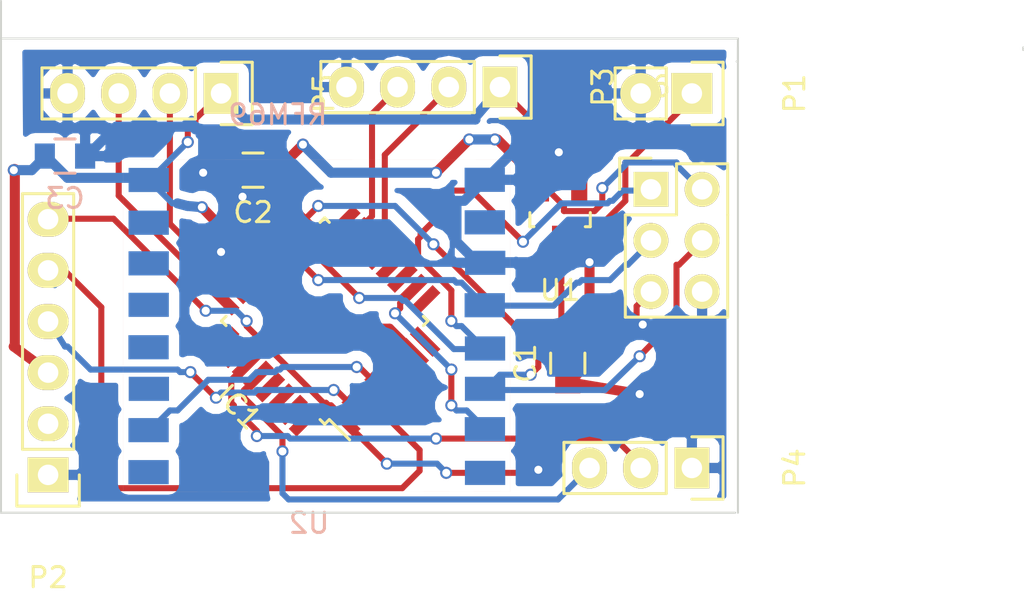
<source format=kicad_pcb>
(kicad_pcb (version 4) (host pcbnew "(after 2015-may-25 BZR unknown)-product")

  (general
    (links 41)
    (no_connects 0)
    (area 35.306 32.893 86.36 62.611)
    (thickness 1.6)
    (drawings 7)
    (tracks 361)
    (zones 0)
    (modules 12)
    (nets 38)
  )

  (page A4)
  (layers
    (0 F.Cu signal)
    (31 B.Cu signal)
    (32 B.Adhes user)
    (33 F.Adhes user)
    (34 B.Paste user)
    (35 F.Paste user)
    (36 B.SilkS user)
    (37 F.SilkS user)
    (38 B.Mask user)
    (39 F.Mask user)
    (40 Dwgs.User user)
    (41 Cmts.User user)
    (42 Eco1.User user)
    (43 Eco2.User user)
    (44 Edge.Cuts user)
    (45 Margin user)
    (46 B.CrtYd user)
    (47 F.CrtYd user)
    (48 B.Fab user)
    (49 F.Fab user)
  )

  (setup
    (last_trace_width 0.3)
    (trace_clearance 0.2)
    (zone_clearance 0.508)
    (zone_45_only no)
    (trace_min 0.2)
    (segment_width 0.2)
    (edge_width 0.1)
    (via_size 0.6)
    (via_drill 0.4)
    (via_min_size 0.4)
    (via_min_drill 0.3)
    (uvia_size 0.3)
    (uvia_drill 0.1)
    (uvias_allowed no)
    (uvia_min_size 0.2)
    (uvia_min_drill 0.1)
    (pcb_text_width 0.3)
    (pcb_text_size 1.5 1.5)
    (mod_edge_width 0.15)
    (mod_text_size 1 1)
    (mod_text_width 0.15)
    (pad_size 1.5 1.5)
    (pad_drill 0.6)
    (pad_to_mask_clearance 0)
    (aux_axis_origin 0 0)
    (visible_elements FFFFFF7F)
    (pcbplotparams
      (layerselection 0x00030_80000001)
      (usegerberextensions false)
      (excludeedgelayer true)
      (linewidth 0.100000)
      (plotframeref false)
      (viasonmask false)
      (mode 1)
      (useauxorigin false)
      (hpglpennumber 1)
      (hpglpenspeed 20)
      (hpglpendiameter 15)
      (hpglpenoverlay 2)
      (psnegative false)
      (psa4output false)
      (plotreference true)
      (plotvalue true)
      (plotinvisibletext false)
      (padsonsilk false)
      (subtractmaskfromsilk false)
      (outputformat 4)
      (mirror false)
      (drillshape 0)
      (scaleselection 1)
      (outputdirectory ""))
  )

  (net 0 "")
  (net 1 GND)
  (net 2 "Net-(C1-Pad2)")
  (net 3 +3V3)
  (net 4 "Net-(IC1-Pad1)")
  (net 5 "Net-(IC1-Pad2)")
  (net 6 "Net-(IC1-Pad3)")
  (net 7 "Net-(IC1-Pad4)")
  (net 8 "Net-(IC1-Pad5)")
  (net 9 "Net-(IC1-Pad6)")
  (net 10 "Net-(IC1-Pad9)")
  (net 11 "Net-(IC1-Pad10)")
  (net 12 "Net-(IC1-Pad11)")
  (net 13 "Net-(IC1-Pad12)")
  (net 14 "Net-(IC1-Pad13)")
  (net 15 "Net-(IC1-Pad14)")
  (net 16 "Net-(IC1-Pad15)")
  (net 17 "Net-(IC1-Pad16)")
  (net 18 "Net-(IC1-Pad17)")
  (net 19 "Net-(IC1-Pad18)")
  (net 20 "Net-(IC1-Pad19)")
  (net 21 "Net-(IC1-Pad20)")
  (net 22 "Net-(IC1-Pad23)")
  (net 23 "Net-(IC1-Pad24)")
  (net 24 "Net-(IC1-Pad25)")
  (net 25 "Net-(IC1-Pad26)")
  (net 26 "Net-(IC1-Pad27)")
  (net 27 "Net-(IC1-Pad28)")
  (net 28 "Net-(P2-Pad2)")
  (net 29 "Net-(U2-Pad1)")
  (net 30 "Net-(U2-Pad3)")
  (net 31 "Net-(U2-Pad4)")
  (net 32 "Net-(U2-Pad5)")
  (net 33 "Net-(U2-Pad6)")
  (net 34 "Net-(U2-Pad7)")
  (net 35 "Net-(U2-Pad10)")
  (net 36 "Net-(U2-Pad16)")
  (net 37 "Net-(IC1-Pad8)")

  (net_class Default "This is the default net class."
    (clearance 0.2)
    (trace_width 0.3)
    (via_dia 0.6)
    (via_drill 0.4)
    (uvia_dia 0.3)
    (uvia_drill 0.1)
    (add_net "Net-(C1-Pad2)")
    (add_net "Net-(IC1-Pad1)")
    (add_net "Net-(IC1-Pad10)")
    (add_net "Net-(IC1-Pad11)")
    (add_net "Net-(IC1-Pad12)")
    (add_net "Net-(IC1-Pad13)")
    (add_net "Net-(IC1-Pad14)")
    (add_net "Net-(IC1-Pad15)")
    (add_net "Net-(IC1-Pad16)")
    (add_net "Net-(IC1-Pad17)")
    (add_net "Net-(IC1-Pad18)")
    (add_net "Net-(IC1-Pad19)")
    (add_net "Net-(IC1-Pad2)")
    (add_net "Net-(IC1-Pad20)")
    (add_net "Net-(IC1-Pad23)")
    (add_net "Net-(IC1-Pad24)")
    (add_net "Net-(IC1-Pad25)")
    (add_net "Net-(IC1-Pad26)")
    (add_net "Net-(IC1-Pad27)")
    (add_net "Net-(IC1-Pad28)")
    (add_net "Net-(IC1-Pad3)")
    (add_net "Net-(IC1-Pad4)")
    (add_net "Net-(IC1-Pad5)")
    (add_net "Net-(IC1-Pad6)")
    (add_net "Net-(IC1-Pad8)")
    (add_net "Net-(IC1-Pad9)")
    (add_net "Net-(P2-Pad2)")
    (add_net "Net-(U2-Pad1)")
    (add_net "Net-(U2-Pad10)")
    (add_net "Net-(U2-Pad16)")
    (add_net "Net-(U2-Pad3)")
    (add_net "Net-(U2-Pad4)")
    (add_net "Net-(U2-Pad5)")
    (add_net "Net-(U2-Pad6)")
    (add_net "Net-(U2-Pad7)")
  )

  (net_class Power ""
    (clearance 0.2)
    (trace_width 0.5)
    (via_dia 0.6)
    (via_drill 0.4)
    (uvia_dia 0.3)
    (uvia_drill 0.1)
    (add_net +3V3)
    (add_net GND)
  )

  (module Capacitors_SMD:C_0805 (layer F.Cu) (tedit 5415D6EA) (tstamp 55862954)
    (at 63.6905 50.9905 90)
    (descr "Capacitor SMD 0805, reflow soldering, AVX (see smccp.pdf)")
    (tags "capacitor 0805")
    (path /55825859)
    (attr smd)
    (fp_text reference C1 (at 0 -2.1 90) (layer F.SilkS)
      (effects (font (size 1 1) (thickness 0.15)))
    )
    (fp_text value C_Small (at 0 2.1 90) (layer F.Fab)
      (effects (font (size 1 1) (thickness 0.15)))
    )
    (fp_line (start -1.8 -1) (end 1.8 -1) (layer F.CrtYd) (width 0.05))
    (fp_line (start -1.8 1) (end 1.8 1) (layer F.CrtYd) (width 0.05))
    (fp_line (start -1.8 -1) (end -1.8 1) (layer F.CrtYd) (width 0.05))
    (fp_line (start 1.8 -1) (end 1.8 1) (layer F.CrtYd) (width 0.05))
    (fp_line (start 0.5 -0.85) (end -0.5 -0.85) (layer F.SilkS) (width 0.15))
    (fp_line (start -0.5 0.85) (end 0.5 0.85) (layer F.SilkS) (width 0.15))
    (pad 1 smd rect (at -1 0 90) (size 1 1.25) (layers F.Cu F.Paste F.Mask)
      (net 1 GND))
    (pad 2 smd rect (at 1 0 90) (size 1 1.25) (layers F.Cu F.Paste F.Mask)
      (net 2 "Net-(C1-Pad2)"))
    (model Capacitors_SMD.3dshapes/C_0805.wrl
      (at (xyz 0 0 0))
      (scale (xyz 1 1 1))
      (rotate (xyz 0 0 0))
    )
  )

  (module Capacitors_SMD:C_0805 (layer F.Cu) (tedit 5415D6EA) (tstamp 5586295A)
    (at 48.0695 41.402 180)
    (descr "Capacitor SMD 0805, reflow soldering, AVX (see smccp.pdf)")
    (tags "capacitor 0805")
    (path /5582596A)
    (attr smd)
    (fp_text reference C2 (at 0 -2.1 180) (layer F.SilkS)
      (effects (font (size 1 1) (thickness 0.15)))
    )
    (fp_text value C_Small (at 0 2.1 180) (layer F.Fab)
      (effects (font (size 1 1) (thickness 0.15)))
    )
    (fp_line (start -1.8 -1) (end 1.8 -1) (layer F.CrtYd) (width 0.05))
    (fp_line (start -1.8 1) (end 1.8 1) (layer F.CrtYd) (width 0.05))
    (fp_line (start -1.8 -1) (end -1.8 1) (layer F.CrtYd) (width 0.05))
    (fp_line (start 1.8 -1) (end 1.8 1) (layer F.CrtYd) (width 0.05))
    (fp_line (start 0.5 -0.85) (end -0.5 -0.85) (layer F.SilkS) (width 0.15))
    (fp_line (start -0.5 0.85) (end 0.5 0.85) (layer F.SilkS) (width 0.15))
    (pad 1 smd rect (at -1 0 180) (size 1 1.25) (layers F.Cu F.Paste F.Mask)
      (net 3 +3V3))
    (pad 2 smd rect (at 1 0 180) (size 1 1.25) (layers F.Cu F.Paste F.Mask)
      (net 1 GND))
    (model Capacitors_SMD.3dshapes/C_0805.wrl
      (at (xyz 0 0 0))
      (scale (xyz 1 1 1))
      (rotate (xyz 0 0 0))
    )
  )

  (module Capacitors_SMD:C_0805 (layer B.Cu) (tedit 5415D6EA) (tstamp 55862960)
    (at 38.735 40.7035)
    (descr "Capacitor SMD 0805, reflow soldering, AVX (see smccp.pdf)")
    (tags "capacitor 0805")
    (path /55825D8B)
    (attr smd)
    (fp_text reference C3 (at 0 2.1) (layer B.SilkS)
      (effects (font (size 1 1) (thickness 0.15)) (justify mirror))
    )
    (fp_text value C_Small (at 0 -2.1) (layer B.Fab)
      (effects (font (size 1 1) (thickness 0.15)) (justify mirror))
    )
    (fp_line (start -1.8 1) (end 1.8 1) (layer B.CrtYd) (width 0.05))
    (fp_line (start -1.8 -1) (end 1.8 -1) (layer B.CrtYd) (width 0.05))
    (fp_line (start -1.8 1) (end -1.8 -1) (layer B.CrtYd) (width 0.05))
    (fp_line (start 1.8 1) (end 1.8 -1) (layer B.CrtYd) (width 0.05))
    (fp_line (start 0.5 0.85) (end -0.5 0.85) (layer B.SilkS) (width 0.15))
    (fp_line (start -0.5 -0.85) (end 0.5 -0.85) (layer B.SilkS) (width 0.15))
    (pad 1 smd rect (at -1 0) (size 1 1.25) (layers B.Cu B.Paste B.Mask)
      (net 3 +3V3))
    (pad 2 smd rect (at 1 0) (size 1 1.25) (layers B.Cu B.Paste B.Mask)
      (net 1 GND))
    (model Capacitors_SMD.3dshapes/C_0805.wrl
      (at (xyz 0 0 0))
      (scale (xyz 1 1 1))
      (rotate (xyz 0 0 0))
    )
  )

  (module Housings_QFP:TQFP-32_7x7mm_Pitch0.8mm (layer F.Cu) (tedit 54130A77) (tstamp 55862984)
    (at 51.6255 48.895 135)
    (descr "32-Lead Plastic Thin Quad Flatpack (PT) - 7x7x1.0 mm Body, 2.00 mm [TQFP] (see Microchip Packaging Specification 00000049BS.pdf)")
    (tags "QFP 0.8")
    (path /55825724)
    (attr smd)
    (fp_text reference IC1 (at 0 -6.05 135) (layer F.SilkS)
      (effects (font (size 1 1) (thickness 0.15)))
    )
    (fp_text value ATMEGA328-P (at 0 6.05 135) (layer F.Fab)
      (effects (font (size 1 1) (thickness 0.15)))
    )
    (fp_line (start -5.3 -5.3) (end -5.3 5.3) (layer F.CrtYd) (width 0.05))
    (fp_line (start 5.3 -5.3) (end 5.3 5.3) (layer F.CrtYd) (width 0.05))
    (fp_line (start -5.3 -5.3) (end 5.3 -5.3) (layer F.CrtYd) (width 0.05))
    (fp_line (start -5.3 5.3) (end 5.3 5.3) (layer F.CrtYd) (width 0.05))
    (fp_line (start -3.625 -3.625) (end -3.625 -3.3) (layer F.SilkS) (width 0.15))
    (fp_line (start 3.625 -3.625) (end 3.625 -3.3) (layer F.SilkS) (width 0.15))
    (fp_line (start 3.625 3.625) (end 3.625 3.3) (layer F.SilkS) (width 0.15))
    (fp_line (start -3.625 3.625) (end -3.625 3.3) (layer F.SilkS) (width 0.15))
    (fp_line (start -3.625 -3.625) (end -3.3 -3.625) (layer F.SilkS) (width 0.15))
    (fp_line (start -3.625 3.625) (end -3.3 3.625) (layer F.SilkS) (width 0.15))
    (fp_line (start 3.625 3.625) (end 3.3 3.625) (layer F.SilkS) (width 0.15))
    (fp_line (start 3.625 -3.625) (end 3.3 -3.625) (layer F.SilkS) (width 0.15))
    (fp_line (start -3.625 -3.3) (end -5.05 -3.3) (layer F.SilkS) (width 0.15))
    (pad 1 smd rect (at -4.25 -2.8 135) (size 1.6 0.55) (layers F.Cu F.Paste F.Mask)
      (net 4 "Net-(IC1-Pad1)"))
    (pad 2 smd rect (at -4.25 -2 135) (size 1.6 0.55) (layers F.Cu F.Paste F.Mask)
      (net 5 "Net-(IC1-Pad2)"))
    (pad 3 smd rect (at -4.25 -1.2 135) (size 1.6 0.55) (layers F.Cu F.Paste F.Mask)
      (net 6 "Net-(IC1-Pad3)"))
    (pad 4 smd rect (at -4.25 -0.4 135) (size 1.6 0.55) (layers F.Cu F.Paste F.Mask)
      (net 7 "Net-(IC1-Pad4)"))
    (pad 5 smd rect (at -4.25 0.4 135) (size 1.6 0.55) (layers F.Cu F.Paste F.Mask)
      (net 8 "Net-(IC1-Pad5)"))
    (pad 6 smd rect (at -4.25 1.2 135) (size 1.6 0.55) (layers F.Cu F.Paste F.Mask)
      (net 9 "Net-(IC1-Pad6)"))
    (pad 7 smd rect (at -4.25 2 135) (size 1.6 0.55) (layers F.Cu F.Paste F.Mask)
      (net 3 +3V3))
    (pad 8 smd rect (at -4.25 2.8 135) (size 1.6 0.55) (layers F.Cu F.Paste F.Mask)
      (net 37 "Net-(IC1-Pad8)"))
    (pad 9 smd rect (at -2.8 4.25 225) (size 1.6 0.55) (layers F.Cu F.Paste F.Mask)
      (net 10 "Net-(IC1-Pad9)"))
    (pad 10 smd rect (at -2 4.25 225) (size 1.6 0.55) (layers F.Cu F.Paste F.Mask)
      (net 11 "Net-(IC1-Pad10)"))
    (pad 11 smd rect (at -1.2 4.25 225) (size 1.6 0.55) (layers F.Cu F.Paste F.Mask)
      (net 12 "Net-(IC1-Pad11)"))
    (pad 12 smd rect (at -0.4 4.25 225) (size 1.6 0.55) (layers F.Cu F.Paste F.Mask)
      (net 13 "Net-(IC1-Pad12)"))
    (pad 13 smd rect (at 0.4 4.25 225) (size 1.6 0.55) (layers F.Cu F.Paste F.Mask)
      (net 14 "Net-(IC1-Pad13)"))
    (pad 14 smd rect (at 1.2 4.25 225) (size 1.6 0.55) (layers F.Cu F.Paste F.Mask)
      (net 15 "Net-(IC1-Pad14)"))
    (pad 15 smd rect (at 2 4.25 225) (size 1.6 0.55) (layers F.Cu F.Paste F.Mask)
      (net 16 "Net-(IC1-Pad15)"))
    (pad 16 smd rect (at 2.8 4.25 225) (size 1.6 0.55) (layers F.Cu F.Paste F.Mask)
      (net 17 "Net-(IC1-Pad16)"))
    (pad 17 smd rect (at 4.25 2.8 135) (size 1.6 0.55) (layers F.Cu F.Paste F.Mask)
      (net 18 "Net-(IC1-Pad17)"))
    (pad 18 smd rect (at 4.25 2 135) (size 1.6 0.55) (layers F.Cu F.Paste F.Mask)
      (net 19 "Net-(IC1-Pad18)"))
    (pad 19 smd rect (at 4.25 1.2 135) (size 1.6 0.55) (layers F.Cu F.Paste F.Mask)
      (net 20 "Net-(IC1-Pad19)"))
    (pad 20 smd rect (at 4.25 0.4 135) (size 1.6 0.55) (layers F.Cu F.Paste F.Mask)
      (net 21 "Net-(IC1-Pad20)"))
    (pad 21 smd rect (at 4.25 -0.4 135) (size 1.6 0.55) (layers F.Cu F.Paste F.Mask)
      (net 3 +3V3))
    (pad 22 smd rect (at 4.25 -1.2 135) (size 1.6 0.55) (layers F.Cu F.Paste F.Mask)
      (net 1 GND))
    (pad 23 smd rect (at 4.25 -2 135) (size 1.6 0.55) (layers F.Cu F.Paste F.Mask)
      (net 22 "Net-(IC1-Pad23)"))
    (pad 24 smd rect (at 4.25 -2.8 135) (size 1.6 0.55) (layers F.Cu F.Paste F.Mask)
      (net 23 "Net-(IC1-Pad24)"))
    (pad 25 smd rect (at 2.8 -4.25 225) (size 1.6 0.55) (layers F.Cu F.Paste F.Mask)
      (net 24 "Net-(IC1-Pad25)"))
    (pad 26 smd rect (at 2 -4.25 225) (size 1.6 0.55) (layers F.Cu F.Paste F.Mask)
      (net 25 "Net-(IC1-Pad26)"))
    (pad 27 smd rect (at 1.2 -4.25 225) (size 1.6 0.55) (layers F.Cu F.Paste F.Mask)
      (net 26 "Net-(IC1-Pad27)"))
    (pad 28 smd rect (at 0.4 -4.25 225) (size 1.6 0.55) (layers F.Cu F.Paste F.Mask)
      (net 27 "Net-(IC1-Pad28)"))
    (pad 29 smd rect (at -0.4 -4.25 225) (size 1.6 0.55) (layers F.Cu F.Paste F.Mask))
    (pad 30 smd rect (at -1.2 -4.25 225) (size 1.6 0.55) (layers F.Cu F.Paste F.Mask))
    (pad 31 smd rect (at -2 -4.25 225) (size 1.6 0.55) (layers F.Cu F.Paste F.Mask))
    (pad 32 smd rect (at -2.8 -4.25 225) (size 1.6 0.55) (layers F.Cu F.Paste F.Mask))
    (model Housings_QFP.3dshapes/TQFP-32_7x7mm_Pitch0.8mm.wrl
      (at (xyz 0 0 0))
      (scale (xyz 1 1 1))
      (rotate (xyz 0 0 0))
    )
  )

  (module Pin_Headers:Pin_Header_Straight_1x06 (layer F.Cu) (tedit 558629D9) (tstamp 55862996)
    (at 37.8968 56.5404 180)
    (descr "Through hole pin header")
    (tags "pin header")
    (path /55827F76)
    (fp_text reference P2 (at 0 -5.1 180) (layer F.SilkS)
      (effects (font (size 1 1) (thickness 0.15)))
    )
    (fp_text value ISP (at 0 -3.1 180) (layer F.Fab)
      (effects (font (size 1 1) (thickness 0.15)))
    )
    (fp_line (start -1.75 -1.75) (end -1.75 14.45) (layer F.CrtYd) (width 0.05))
    (fp_line (start 1.75 -1.75) (end 1.75 14.45) (layer F.CrtYd) (width 0.05))
    (fp_line (start -1.75 -1.75) (end 1.75 -1.75) (layer F.CrtYd) (width 0.05))
    (fp_line (start -1.75 14.45) (end 1.75 14.45) (layer F.CrtYd) (width 0.05))
    (fp_line (start 1.27 1.27) (end 1.27 13.97) (layer F.SilkS) (width 0.15))
    (fp_line (start 1.27 13.97) (end -1.27 13.97) (layer F.SilkS) (width 0.15))
    (fp_line (start -1.27 13.97) (end -1.27 1.27) (layer F.SilkS) (width 0.15))
    (fp_line (start 1.55 -1.55) (end 1.55 0) (layer F.SilkS) (width 0.15))
    (fp_line (start 1.27 1.27) (end -1.27 1.27) (layer F.SilkS) (width 0.15))
    (fp_line (start -1.55 0) (end -1.55 -1.55) (layer F.SilkS) (width 0.15))
    (fp_line (start -1.55 -1.55) (end 1.55 -1.55) (layer F.SilkS) (width 0.15))
    (pad 1 thru_hole rect (at 0 0 180) (size 2.032 1.7272) (drill 1.016) (layers *.Cu *.Mask F.SilkS)
      (net 1 GND))
    (pad 2 thru_hole oval (at 0 2.54 180) (size 2.032 1.7272) (drill 1.016) (layers *.Cu *.Mask F.SilkS)
      (net 28 "Net-(P2-Pad2)"))
    (pad 3 thru_hole oval (at 0 5.08 180) (size 2.032 1.7272) (drill 1.016) (layers *.Cu *.Mask F.SilkS)
      (net 3 +3V3))
    (pad 4 thru_hole oval (at 0 7.62 180) (size 2.032 1.7272) (drill 1.016) (layers *.Cu *.Mask F.SilkS)
      (net 5 "Net-(IC1-Pad2)"))
    (pad 5 thru_hole oval (at 0 10.16 180) (size 2.032 1.7272) (drill 1.016) (layers *.Cu *.Mask F.SilkS)
      (net 6 "Net-(IC1-Pad3)"))
    (pad 6 thru_hole oval (at 0 12.7 180) (size 2.032 1.7272) (drill 1.016) (layers *.Cu *.Mask F.SilkS)
      (net 4 "Net-(IC1-Pad1)"))
    (model Pin_Headers.3dshapes/Pin_Header_Straight_1x06.wrl
      (at (xyz 0 -0.25 0))
      (scale (xyz 1 1 1))
      (rotate (xyz 0 0 90))
    )
  )

  (module Pin_Headers:Pin_Header_Straight_1x04 (layer F.Cu) (tedit 5586EABD) (tstamp 5586299E)
    (at 60.325 37.2745 270)
    (descr "Through hole pin header")
    (tags "pin header")
    (path /558259D1)
    (fp_text reference P3 (at 0 -5.1 270) (layer F.SilkS)
      (effects (font (size 1 1) (thickness 0.15)))
    )
    (fp_text value sonar (at 0 -2.159 270) (layer F.Fab)
      (effects (font (size 1 1) (thickness 0.15)))
    )
    (fp_line (start -1.75 -1.75) (end -1.75 9.4) (layer F.CrtYd) (width 0.05))
    (fp_line (start 1.75 -1.75) (end 1.75 9.4) (layer F.CrtYd) (width 0.05))
    (fp_line (start -1.75 -1.75) (end 1.75 -1.75) (layer F.CrtYd) (width 0.05))
    (fp_line (start -1.75 9.4) (end 1.75 9.4) (layer F.CrtYd) (width 0.05))
    (fp_line (start -1.27 1.27) (end -1.27 8.89) (layer F.SilkS) (width 0.15))
    (fp_line (start 1.27 1.27) (end 1.27 8.89) (layer F.SilkS) (width 0.15))
    (fp_line (start 1.55 -1.55) (end 1.55 0) (layer F.SilkS) (width 0.15))
    (fp_line (start -1.27 8.89) (end 1.27 8.89) (layer F.SilkS) (width 0.15))
    (fp_line (start 1.27 1.27) (end -1.27 1.27) (layer F.SilkS) (width 0.15))
    (fp_line (start -1.55 0) (end -1.55 -1.55) (layer F.SilkS) (width 0.15))
    (fp_line (start -1.55 -1.55) (end 1.55 -1.55) (layer F.SilkS) (width 0.15))
    (pad 1 thru_hole rect (at 0 0 270) (size 2.032 1.7272) (drill 1.016) (layers *.Cu *.Mask F.SilkS)
      (net 3 +3V3))
    (pad 2 thru_hole oval (at 0 2.54 270) (size 2.032 1.7272) (drill 1.016) (layers *.Cu *.Mask F.SilkS)
      (net 15 "Net-(IC1-Pad14)"))
    (pad 3 thru_hole oval (at 0 5.08 270) (size 2.032 1.7272) (drill 1.016) (layers *.Cu *.Mask F.SilkS)
      (net 16 "Net-(IC1-Pad15)"))
    (pad 4 thru_hole oval (at 0 7.62 270) (size 2.032 1.7272) (drill 1.016) (layers *.Cu *.Mask F.SilkS)
      (net 1 GND))
    (model Pin_Headers.3dshapes/Pin_Header_Straight_1x04.wrl
      (at (xyz 0 -0.15 0))
      (scale (xyz 1 1 1))
      (rotate (xyz 0 0 90))
    )
  )

  (module Pin_Headers:Pin_Header_Straight_1x03 (layer F.Cu) (tedit 0) (tstamp 558629A5)
    (at 69.85 56.1975 270)
    (descr "Through hole pin header")
    (tags "pin header")
    (path /5586246E)
    (fp_text reference P4 (at 0 -5.1 270) (layer F.SilkS)
      (effects (font (size 1 1) (thickness 0.15)))
    )
    (fp_text value I2C (at 0 -3.1 270) (layer F.Fab)
      (effects (font (size 1 1) (thickness 0.15)))
    )
    (fp_line (start -1.75 -1.75) (end -1.75 6.85) (layer F.CrtYd) (width 0.05))
    (fp_line (start 1.75 -1.75) (end 1.75 6.85) (layer F.CrtYd) (width 0.05))
    (fp_line (start -1.75 -1.75) (end 1.75 -1.75) (layer F.CrtYd) (width 0.05))
    (fp_line (start -1.75 6.85) (end 1.75 6.85) (layer F.CrtYd) (width 0.05))
    (fp_line (start -1.27 1.27) (end -1.27 6.35) (layer F.SilkS) (width 0.15))
    (fp_line (start -1.27 6.35) (end 1.27 6.35) (layer F.SilkS) (width 0.15))
    (fp_line (start 1.27 6.35) (end 1.27 1.27) (layer F.SilkS) (width 0.15))
    (fp_line (start 1.55 -1.55) (end 1.55 0) (layer F.SilkS) (width 0.15))
    (fp_line (start 1.27 1.27) (end -1.27 1.27) (layer F.SilkS) (width 0.15))
    (fp_line (start -1.55 0) (end -1.55 -1.55) (layer F.SilkS) (width 0.15))
    (fp_line (start -1.55 -1.55) (end 1.55 -1.55) (layer F.SilkS) (width 0.15))
    (pad 1 thru_hole rect (at 0 0 270) (size 2.032 1.7272) (drill 1.016) (layers *.Cu *.Mask F.SilkS)
      (net 1 GND))
    (pad 2 thru_hole oval (at 0 2.54 270) (size 2.032 1.7272) (drill 1.016) (layers *.Cu *.Mask F.SilkS)
      (net 26 "Net-(IC1-Pad27)"))
    (pad 3 thru_hole oval (at 0 5.08 270) (size 2.032 1.7272) (drill 1.016) (layers *.Cu *.Mask F.SilkS)
      (net 27 "Net-(IC1-Pad28)"))
    (model Pin_Headers.3dshapes/Pin_Header_Straight_1x03.wrl
      (at (xyz 0 -0.1 0))
      (scale (xyz 1 1 1))
      (rotate (xyz 0 0 90))
    )
  )

  (module Pin_Headers:Pin_Header_Straight_1x04 (layer F.Cu) (tedit 0) (tstamp 558629AD)
    (at 46.482 37.592 270)
    (descr "Through hole pin header")
    (tags "pin header")
    (path /5582888D)
    (fp_text reference P5 (at 0 -5.1 270) (layer F.SilkS)
      (effects (font (size 1 1) (thickness 0.15)))
    )
    (fp_text value gpio (at 0 -3.1 270) (layer F.Fab)
      (effects (font (size 1 1) (thickness 0.15)))
    )
    (fp_line (start -1.75 -1.75) (end -1.75 9.4) (layer F.CrtYd) (width 0.05))
    (fp_line (start 1.75 -1.75) (end 1.75 9.4) (layer F.CrtYd) (width 0.05))
    (fp_line (start -1.75 -1.75) (end 1.75 -1.75) (layer F.CrtYd) (width 0.05))
    (fp_line (start -1.75 9.4) (end 1.75 9.4) (layer F.CrtYd) (width 0.05))
    (fp_line (start -1.27 1.27) (end -1.27 8.89) (layer F.SilkS) (width 0.15))
    (fp_line (start 1.27 1.27) (end 1.27 8.89) (layer F.SilkS) (width 0.15))
    (fp_line (start 1.55 -1.55) (end 1.55 0) (layer F.SilkS) (width 0.15))
    (fp_line (start -1.27 8.89) (end 1.27 8.89) (layer F.SilkS) (width 0.15))
    (fp_line (start 1.27 1.27) (end -1.27 1.27) (layer F.SilkS) (width 0.15))
    (fp_line (start -1.55 0) (end -1.55 -1.55) (layer F.SilkS) (width 0.15))
    (fp_line (start -1.55 -1.55) (end 1.55 -1.55) (layer F.SilkS) (width 0.15))
    (pad 1 thru_hole rect (at 0 0 270) (size 2.032 1.7272) (drill 1.016) (layers *.Cu *.Mask F.SilkS)
      (net 3 +3V3))
    (pad 2 thru_hole oval (at 0 2.54 270) (size 2.032 1.7272) (drill 1.016) (layers *.Cu *.Mask F.SilkS)
      (net 22 "Net-(IC1-Pad23)"))
    (pad 3 thru_hole oval (at 0 5.08 270) (size 2.032 1.7272) (drill 1.016) (layers *.Cu *.Mask F.SilkS)
      (net 23 "Net-(IC1-Pad24)"))
    (pad 4 thru_hole oval (at 0 7.62 270) (size 2.032 1.7272) (drill 1.016) (layers *.Cu *.Mask F.SilkS)
      (net 1 GND))
    (model Pin_Headers.3dshapes/Pin_Header_Straight_1x04.wrl
      (at (xyz 0 -0.15 0))
      (scale (xyz 1 1 1))
      (rotate (xyz 0 0 90))
    )
  )

  (module Pin_Headers:Pin_Header_Straight_2x03 (layer F.Cu) (tedit 54EA0A4B) (tstamp 558629B7)
    (at 67.818 42.3545)
    (descr "Through hole pin header")
    (tags "pin header")
    (path /55825AE5)
    (fp_text reference P6 (at 0 -5.1) (layer F.SilkS)
      (effects (font (size 1 1) (thickness 0.15)))
    )
    (fp_text value ICSP (at 0 -3.1) (layer F.Fab)
      (effects (font (size 1 1) (thickness 0.15)))
    )
    (fp_line (start -1.27 1.27) (end -1.27 6.35) (layer F.SilkS) (width 0.15))
    (fp_line (start -1.55 -1.55) (end 0 -1.55) (layer F.SilkS) (width 0.15))
    (fp_line (start -1.75 -1.75) (end -1.75 6.85) (layer F.CrtYd) (width 0.05))
    (fp_line (start 4.3 -1.75) (end 4.3 6.85) (layer F.CrtYd) (width 0.05))
    (fp_line (start -1.75 -1.75) (end 4.3 -1.75) (layer F.CrtYd) (width 0.05))
    (fp_line (start -1.75 6.85) (end 4.3 6.85) (layer F.CrtYd) (width 0.05))
    (fp_line (start 1.27 -1.27) (end 1.27 1.27) (layer F.SilkS) (width 0.15))
    (fp_line (start 1.27 1.27) (end -1.27 1.27) (layer F.SilkS) (width 0.15))
    (fp_line (start -1.27 6.35) (end 3.81 6.35) (layer F.SilkS) (width 0.15))
    (fp_line (start 3.81 6.35) (end 3.81 1.27) (layer F.SilkS) (width 0.15))
    (fp_line (start -1.55 -1.55) (end -1.55 0) (layer F.SilkS) (width 0.15))
    (fp_line (start 3.81 -1.27) (end 1.27 -1.27) (layer F.SilkS) (width 0.15))
    (fp_line (start 3.81 1.27) (end 3.81 -1.27) (layer F.SilkS) (width 0.15))
    (pad 1 thru_hole rect (at 0 0) (size 1.7272 1.7272) (drill 1.016) (layers *.Cu *.Mask F.SilkS)
      (net 19 "Net-(IC1-Pad18)"))
    (pad 2 thru_hole oval (at 2.54 0) (size 1.7272 1.7272) (drill 1.016) (layers *.Cu *.Mask F.SilkS)
      (net 3 +3V3))
    (pad 3 thru_hole oval (at 0 2.54) (size 1.7272 1.7272) (drill 1.016) (layers *.Cu *.Mask F.SilkS)
      (net 20 "Net-(IC1-Pad19)"))
    (pad 4 thru_hole oval (at 2.54 2.54) (size 1.7272 1.7272) (drill 1.016) (layers *.Cu *.Mask F.SilkS)
      (net 18 "Net-(IC1-Pad17)"))
    (pad 5 thru_hole oval (at 0 5.08) (size 1.7272 1.7272) (drill 1.016) (layers *.Cu *.Mask F.SilkS)
      (net 4 "Net-(IC1-Pad1)"))
    (pad 6 thru_hole oval (at 2.54 5.08) (size 1.7272 1.7272) (drill 1.016) (layers *.Cu *.Mask F.SilkS)
      (net 1 GND))
    (model Pin_Headers.3dshapes/Pin_Header_Straight_2x03.wrl
      (at (xyz 0.05 -0.1 0))
      (scale (xyz 1 1 1))
      (rotate (xyz 0 0 90))
    )
  )

  (module Housings_SOT-23_SOT-143_TSOT-6:SOT-23_Handsoldering (layer F.Cu) (tedit 54E9291B) (tstamp 558629BE)
    (at 63.3095 43.561 180)
    (descr "SOT-23, Handsoldering")
    (tags SOT-23)
    (path /558257D2)
    (attr smd)
    (fp_text reference U1 (at 0 -3.81 180) (layer F.SilkS)
      (effects (font (size 1 1) (thickness 0.15)))
    )
    (fp_text value AP1117D33 (at 0 3.81 180) (layer F.Fab)
      (effects (font (size 1 1) (thickness 0.15)))
    )
    (fp_line (start -1.49982 0.0508) (end -1.49982 -0.65024) (layer F.SilkS) (width 0.15))
    (fp_line (start -1.49982 -0.65024) (end -1.2509 -0.65024) (layer F.SilkS) (width 0.15))
    (fp_line (start 1.29916 -0.65024) (end 1.49982 -0.65024) (layer F.SilkS) (width 0.15))
    (fp_line (start 1.49982 -0.65024) (end 1.49982 0.0508) (layer F.SilkS) (width 0.15))
    (pad 1 smd rect (at -0.95 1.50114 180) (size 0.8001 1.80086) (layers F.Cu F.Paste F.Mask)
      (net 1 GND))
    (pad 2 smd rect (at 0.95 1.50114 180) (size 0.8001 1.80086) (layers F.Cu F.Paste F.Mask)
      (net 3 +3V3))
    (pad 3 smd rect (at 0 -1.50114 180) (size 0.8001 1.80086) (layers F.Cu F.Paste F.Mask)
      (net 2 "Net-(C1-Pad2)"))
    (model Housings_SOT-23_SOT-143_TSOT-6.3dshapes/SOT-23_Handsoldering.wrl
      (at (xyz 0 0 0))
      (scale (xyz 1 1 1))
      (rotate (xyz 0 0 0))
    )
  )

  (module RFM69BreakoutBoardFootPrints:RFM69HW (layer B.Cu) (tedit 531109B9) (tstamp 558629D2)
    (at 50.8635 48.1965)
    (path /55825CF3)
    (fp_text reference U2 (at -0.0127 10.7442) (layer B.SilkS)
      (effects (font (size 1 1) (thickness 0.15)) (justify mirror))
    )
    (fp_text value RFM69 (at -1.5621 -9.5504) (layer B.SilkS)
      (effects (font (size 1 1) (thickness 0.15)) (justify mirror))
    )
    (fp_line (start -9.23798 9.1821) (end 9.9695 9.1694) (layer B.SilkS) (width 0.0025))
    (fp_line (start -9.23798 9.05256) (end -9.23798 9.1821) (layer B.SilkS) (width 0.0025))
    (fp_line (start 9.97458 -7.3152) (end 9.97204 9.18718) (layer B.SilkS) (width 0.0025))
    (fp_line (start -9.23798 9.06018) (end -9.2329 -7.2898) (layer B.SilkS) (width 0.0025))
    (fp_line (start -9.22782 -7.30758) (end 9.97458 -7.3152) (layer B.SilkS) (width 0.0025))
    (pad 1 smd rect (at -7.98068 8.20674) (size 2 1.2) (layers B.Cu B.Paste B.Mask)
      (net 29 "Net-(U2-Pad1)"))
    (pad 2 smd rect (at -7.97814 6.1214) (size 2 1.2) (layers B.Cu B.Paste B.Mask)
      (net 7 "Net-(IC1-Pad4)"))
    (pad 3 smd rect (at -7.96544 4.06908) (size 2 1.2) (layers B.Cu B.Paste B.Mask)
      (net 30 "Net-(U2-Pad3)"))
    (pad 4 smd rect (at -7.98068 2.00406) (size 2 1.2) (layers B.Cu B.Paste B.Mask)
      (net 31 "Net-(U2-Pad4)"))
    (pad 5 smd rect (at -7.97306 -0.10414) (size 2 1.2) (layers B.Cu B.Paste B.Mask)
      (net 32 "Net-(U2-Pad5)"))
    (pad 6 smd rect (at -7.97306 -2.16408) (size 2 1.2) (layers B.Cu B.Paste B.Mask)
      (net 33 "Net-(U2-Pad6)"))
    (pad 7 smd rect (at -7.97306 -4.18338) (size 2 1.2) (layers B.Cu B.Paste B.Mask)
      (net 34 "Net-(U2-Pad7)"))
    (pad 8 smd rect (at -7.97052 -6.30682) (size 2 1.2) (layers B.Cu B.Paste B.Mask)
      (net 3 +3V3))
    (pad 9 smd rect (at 8.70712 -6.31444) (size 2 1.2) (layers B.Cu B.Paste B.Mask)
      (net 1 GND))
    (pad 10 smd rect (at 8.70966 -4.20116) (size 2 1.2) (layers B.Cu B.Paste B.Mask)
      (net 35 "Net-(U2-Pad10)"))
    (pad 11 smd rect (at 8.72744 -2.19202) (size 2 1.2) (layers B.Cu B.Paste B.Mask)
      (net 1 GND))
    (pad 12 smd rect (at 8.70712 -0.08382) (size 2 1.2) (layers B.Cu B.Paste B.Mask)
      (net 20 "Net-(IC1-Pad19)"))
    (pad 13 smd rect (at 8.71982 2.06502) (size 2 1.2) (layers B.Cu B.Paste B.Mask)
      (net 19 "Net-(IC1-Pad18)"))
    (pad 14 smd rect (at 8.72236 4.06908) (size 2 1.2) (layers B.Cu B.Paste B.Mask)
      (net 18 "Net-(IC1-Pad17)"))
    (pad 15 smd rect (at 8.71474 6.07314) (size 2 1.2) (layers B.Cu B.Paste B.Mask)
      (net 11 "Net-(IC1-Pad10)"))
    (pad 16 smd rect (at 8.72236 8.24484) (size 2 1.2) (layers B.Cu B.Paste B.Mask)
      (net 36 "Net-(U2-Pad16)"))
  )

  (module Pin_Headers:Pin_Header_Straight_1x02 (layer F.Cu) (tedit 5586EABA) (tstamp 5586E471)
    (at 69.85 37.592 270)
    (descr "Through hole pin header")
    (tags "pin header")
    (path /5586F8A8)
    (fp_text reference P1 (at 0 -5.1 270) (layer F.SilkS)
      (effects (font (size 1 1) (thickness 0.15)))
    )
    (fp_text value Vin (at 0.381 5.0165 270) (layer F.Fab)
      (effects (font (size 1 1) (thickness 0.15)))
    )
    (fp_line (start 1.27 1.27) (end 1.27 3.81) (layer F.SilkS) (width 0.15))
    (fp_line (start 1.55 -1.55) (end 1.55 0) (layer F.SilkS) (width 0.15))
    (fp_line (start -1.75 -1.75) (end -1.75 4.3) (layer F.CrtYd) (width 0.05))
    (fp_line (start 1.75 -1.75) (end 1.75 4.3) (layer F.CrtYd) (width 0.05))
    (fp_line (start -1.75 -1.75) (end 1.75 -1.75) (layer F.CrtYd) (width 0.05))
    (fp_line (start -1.75 4.3) (end 1.75 4.3) (layer F.CrtYd) (width 0.05))
    (fp_line (start 1.27 1.27) (end -1.27 1.27) (layer F.SilkS) (width 0.15))
    (fp_line (start -1.55 0) (end -1.55 -1.55) (layer F.SilkS) (width 0.15))
    (fp_line (start -1.55 -1.55) (end 1.55 -1.55) (layer F.SilkS) (width 0.15))
    (fp_line (start -1.27 1.27) (end -1.27 3.81) (layer F.SilkS) (width 0.15))
    (fp_line (start -1.27 3.81) (end 1.27 3.81) (layer F.SilkS) (width 0.15))
    (pad 1 thru_hole rect (at 0 0 270) (size 2.032 2.032) (drill 1.016) (layers *.Cu *.Mask F.SilkS)
      (net 2 "Net-(C1-Pad2)"))
    (pad 2 thru_hole oval (at 0 2.54 270) (size 2.032 2.032) (drill 1.016) (layers *.Cu *.Mask F.SilkS)
      (net 1 GND))
    (model Pin_Headers.3dshapes/Pin_Header_Straight_1x02.wrl
      (at (xyz 0 -0.05 0))
      (scale (xyz 1 1 1))
      (rotate (xyz 0 0 90))
    )
  )

  (gr_line (start 72.136 36.0045) (end 72.0725 36.0045) (angle 90) (layer Edge.Cuts) (width 0.1))
  (gr_line (start 72.136 34.8615) (end 72.136 36.0045) (angle 90) (layer Edge.Cuts) (width 0.1))
  (gr_line (start 35.56 34.8615) (end 72.136 34.8615) (angle 90) (layer Edge.Cuts) (width 0.1))
  (gr_line (start 72.136 58.42) (end 72.136 35.306) (angle 90) (layer Edge.Cuts) (width 0.1))
  (gr_line (start 86.2965 35.306) (end 86.2965 35.433) (angle 90) (layer Edge.Cuts) (width 0.1))
  (gr_line (start 35.56 58.42) (end 35.56 33) (angle 90) (layer Edge.Cuts) (width 0.1))
  (gr_line (start 72 58.42) (end 35.56 58.42) (angle 90) (layer Edge.Cuts) (width 0.1))

  (segment (start 56.3372 52.8828) (end 56.2864 52.832) (width 0.3) (layer F.Cu) (net 0) (tstamp 558734A6))
  (segment (start 47.771768 46.738324) (end 47.754324 46.738324) (width 0.5) (layer F.Cu) (net 1))
  (segment (start 47.754324 46.738324) (end 46.482 45.466) (width 0.5) (layer F.Cu) (net 1) (tstamp 55872A33))
  (segment (start 47.5488 44.3992) (end 47.5488 42.7228) (width 0.5) (layer B.Cu) (net 1) (tstamp 55872A36))
  (segment (start 46.482 45.466) (end 47.5488 44.3992) (width 0.5) (layer B.Cu) (net 1) (tstamp 55872A35))
  (via (at 46.482 45.466) (size 0.6) (layers F.Cu B.Cu) (net 1))
  (segment (start 47.771768 46.738324) (end 47.703524 46.738324) (width 0.5) (layer F.Cu) (net 1))
  (segment (start 47.0695 41.402) (end 47.0695 42.2435) (width 0.5) (layer F.Cu) (net 1))
  (segment (start 47.5488 42.7228) (end 47.6504 42.8244) (width 0.5) (layer B.Cu) (net 1) (tstamp 55872A15))
  (via (at 47.5488 42.7228) (size 0.6) (layers F.Cu B.Cu) (net 1))
  (segment (start 47.0695 42.2435) (end 47.5488 42.7228) (width 0.5) (layer F.Cu) (net 1) (tstamp 55872A13))
  (segment (start 63.6905 51.9905) (end 63.754 51.943) (width 0.5) (layer F.Cu) (net 1) (status 80000))
  (segment (start 63.754 51.943) (end 67.2592 52.5272) (width 0.5) (layer F.Cu) (net 1) (status 80000))
  (via (at 67.2592 52.5272) (size 0.6) (layers F.Cu B.Cu) (net 1) (status 80000))
  (segment (start 69.85 56.261) (end 69.85 56.1975) (width 0.5) (layer B.Cu) (net 1) (tstamp 55872A03) (status 80000))
  (segment (start 59.59094 46.00448) (end 59.563 45.974) (width 0.5) (layer B.Cu) (net 1) (status 80000))
  (segment (start 59.563 45.974) (end 64.77 45.974) (width 0.5) (layer B.Cu) (net 1) (status 80000))
  (via (at 64.77 45.974) (size 0.6) (layers F.Cu B.Cu) (net 1) (status 80000))
  (segment (start 64.77 45.974) (end 64.77 50.927) (width 0.5) (layer F.Cu) (net 1) (status 80000))
  (segment (start 64.77 50.927) (end 63.754 51.943) (width 0.5) (layer F.Cu) (net 1) (status 80000))
  (segment (start 63.754 51.943) (end 63.6905 51.9905) (width 0.5) (layer F.Cu) (net 1) (tstamp 55872A02) (status 80000))
  (segment (start 39.735 40.7035) (end 39.751 40.767) (width 0.5) (layer B.Cu) (net 1) (status 80000))
  (segment (start 39.751 40.767) (end 41.275 39.243) (width 0.5) (layer B.Cu) (net 1) (status 80000))
  (segment (start 41.275 39.243) (end 45.085 39.243) (width 0.5) (layer B.Cu) (net 1) (status 80000))
  (segment (start 45.085 39.243) (end 45.212 39.37) (width 0.5) (layer B.Cu) (net 1) (status 80000))
  (segment (start 45.212 39.37) (end 45.339 39.37) (width 0.5) (layer B.Cu) (net 1) (status 80000))
  (segment (start 45.339 39.37) (end 45.466 39.497) (width 0.5) (layer B.Cu) (net 1) (status 80000))
  (segment (start 45.466 39.497) (end 45.466 39.624) (width 0.5) (layer B.Cu) (net 1) (status 80000))
  (segment (start 45.466 39.624) (end 45.593 39.751) (width 0.5) (layer B.Cu) (net 1) (status 80000))
  (segment (start 45.593 39.751) (end 45.593 41.529) (width 0.5) (layer B.Cu) (net 1) (status 80000))
  (via (at 45.593 41.529) (size 0.6) (layers F.Cu B.Cu) (net 1) (status 80000))
  (segment (start 45.593 41.529) (end 46.99 41.529) (width 0.5) (layer F.Cu) (net 1) (status 80000))
  (segment (start 46.99 41.529) (end 47.117 41.402) (width 0.5) (layer F.Cu) (net 1) (status 80000))
  (segment (start 47.117 41.402) (end 47.0695 41.402) (width 0.5) (layer F.Cu) (net 1) (tstamp 55872A01) (status 80000))
  (segment (start 59.57062 41.88206) (end 59.563 41.91) (width 0.5) (layer B.Cu) (net 1) (status 80000))
  (segment (start 59.563 41.91) (end 60.96 40.513) (width 0.5) (layer B.Cu) (net 1) (status 80000))
  (segment (start 60.96 40.513) (end 63.246 40.513) (width 0.5) (layer B.Cu) (net 1) (status 80000))
  (via (at 63.246 40.513) (size 0.6) (layers F.Cu B.Cu) (net 1) (status 80000))
  (segment (start 63.246 40.513) (end 64.262 41.529) (width 0.5) (layer F.Cu) (net 1) (status 80000))
  (segment (start 64.262 41.529) (end 64.262 42.037) (width 0.5) (layer F.Cu) (net 1) (status 80000))
  (segment (start 64.262 42.037) (end 64.2595 42.05986) (width 0.5) (layer F.Cu) (net 1) (tstamp 55872A00) (status 80000))
  (segment (start 59.57062 41.88206) (end 59.563 41.91) (width 0.5) (layer B.Cu) (net 1) (status 80000))
  (segment (start 59.563 41.91) (end 58.547 42.926) (width 0.5) (layer B.Cu) (net 1) (status 80000))
  (segment (start 58.547 42.926) (end 58.166 42.926) (width 0.5) (layer B.Cu) (net 1) (status 80000))
  (segment (start 58.166 42.926) (end 58.166 44.958) (width 0.5) (layer B.Cu) (net 1) (status 80000))
  (segment (start 58.166 44.958) (end 59.182 45.974) (width 0.5) (layer B.Cu) (net 1) (status 80000))
  (segment (start 59.182 45.974) (end 59.563 45.974) (width 0.5) (layer B.Cu) (net 1) (status 80000))
  (segment (start 59.563 45.974) (end 59.59094 46.00448) (width 0.5) (layer B.Cu) (net 1) (tstamp 558729FF) (status 80000))
  (segment (start 63.3095 45.06214) (end 63.373 45.085) (width 0.3) (layer F.Cu) (net 2) (status 80000))
  (segment (start 63.373 45.085) (end 64.389 45.085) (width 0.3) (layer F.Cu) (net 2) (status 80000))
  (segment (start 64.389 45.085) (end 66.548 42.926) (width 0.3) (layer F.Cu) (net 2) (status 80000))
  (segment (start 66.548 42.926) (end 66.548 41.021) (width 0.3) (layer F.Cu) (net 2) (status 80000))
  (segment (start 66.548 41.021) (end 66.675 41.021) (width 0.3) (layer F.Cu) (net 2) (status 80000))
  (segment (start 66.675 41.021) (end 69.85 37.846) (width 0.3) (layer F.Cu) (net 2) (status 80000))
  (segment (start 69.85 37.846) (end 69.85 37.592) (width 0.3) (layer F.Cu) (net 2) (status 80000))
  (segment (start 63.6905 49.9905) (end 63.754 50.038) (width 0.3) (layer F.Cu) (net 2) (status 80000))
  (segment (start 63.754 50.038) (end 63.373 49.657) (width 0.3) (layer F.Cu) (net 2) (status 80000))
  (segment (start 63.373 49.657) (end 63.373 45.085) (width 0.3) (layer F.Cu) (net 2) (status 80000))
  (segment (start 63.373 45.085) (end 63.3095 45.06214) (width 0.3) (layer F.Cu) (net 2) (tstamp 558728EB) (status 80000))
  (segment (start 48.337453 46.172639) (end 48.407839 46.172639) (width 0.5) (layer F.Cu) (net 3))
  (segment (start 48.407839 46.172639) (end 51.5112 49.276) (width 0.5) (layer F.Cu) (net 3) (tstamp 55872A27))
  (segment (start 54.834927 49.276) (end 56.044917 50.48599) (width 0.5) (layer F.Cu) (net 3) (tstamp 55872A2A))
  (segment (start 51.5112 49.276) (end 54.834927 49.276) (width 0.5) (layer F.Cu) (net 3) (tstamp 55872A28))
  (segment (start 49.0695 41.402) (end 49.276 41.402) (width 0.5) (layer F.Cu) (net 3) (status 80000))
  (segment (start 49.276 41.402) (end 50.546 40.132) (width 0.5) (layer F.Cu) (net 3) (status 80000))
  (via (at 50.546 40.132) (size 0.6) (layers F.Cu B.Cu) (net 3) (status 80000))
  (segment (start 50.546 40.132) (end 51.943 41.529) (width 0.5) (layer B.Cu) (net 3) (status 80000))
  (segment (start 51.943 41.529) (end 57.15 41.529) (width 0.5) (layer B.Cu) (net 3) (status 80000))
  (via (at 57.15 41.529) (size 0.6) (layers F.Cu B.Cu) (net 3) (status 80000))
  (segment (start 57.15 41.529) (end 58.801 39.878) (width 0.5) (layer F.Cu) (net 3) (status 80000))
  (via (at 58.801 39.878) (size 0.6) (layers F.Cu B.Cu) (net 3) (status 80000))
  (segment (start 58.801 39.878) (end 60.071 39.878) (width 0.5) (layer B.Cu) (net 3) (status 80000))
  (via (at 60.071 39.878) (size 0.6) (layers F.Cu B.Cu) (net 3) (status 80000))
  (segment (start 60.071 39.878) (end 60.198 39.878) (width 0.5) (layer F.Cu) (net 3) (status 80000))
  (segment (start 60.198 39.878) (end 62.357 42.037) (width 0.5) (layer F.Cu) (net 3) (status 80000))
  (segment (start 62.357 42.037) (end 62.3595 42.05986) (width 0.5) (layer F.Cu) (net 3) (tstamp 5587298C) (status 80000))
  (segment (start 37.735 40.7035) (end 37.719 40.767) (width 0.5) (layer B.Cu) (net 3) (status 80000))
  (segment (start 37.719 40.767) (end 37.084 41.402) (width 0.5) (layer B.Cu) (net 3) (status 80000))
  (segment (start 37.084 41.402) (end 36.195 41.402) (width 0.5) (layer B.Cu) (net 3) (status 80000))
  (via (at 36.195 41.402) (size 0.6) (layers F.Cu B.Cu) (net 3) (status 80000))
  (segment (start 36.195 41.402) (end 36.2458 41.3512) (width 0.5) (layer F.Cu) (net 3) (status 80000))
  (segment (start 36.2458 41.3512) (end 36.2458 50.165) (width 0.5) (layer F.Cu) (net 3) (status 80000))
  (segment (start 36.2458 50.165) (end 36.195 50.165) (width 0.5) (layer F.Cu) (net 3) (status 80000))
  (segment (start 36.195 50.165) (end 37.9603 51.4604) (width 0.5) (layer F.Cu) (net 3) (status 80020))
  (segment (start 37.9603 51.4604) (end 37.8968 51.4604) (width 0.5) (layer F.Cu) (net 3) (tstamp 5587298B) (status 80030))
  (segment (start 42.89298 41.88968) (end 42.926 41.91) (width 0.5) (layer B.Cu) (net 3) (status 80000))
  (segment (start 42.926 41.91) (end 42.799 41.783) (width 0.5) (layer B.Cu) (net 3) (status 80000))
  (segment (start 42.799 41.783) (end 38.862 41.783) (width 0.5) (layer B.Cu) (net 3) (status 80000))
  (segment (start 38.862 41.783) (end 37.846 40.767) (width 0.5) (layer B.Cu) (net 3) (status 80000))
  (segment (start 37.846 40.767) (end 37.719 40.767) (width 0.5) (layer B.Cu) (net 3) (status 80000))
  (segment (start 37.719 40.767) (end 37.735 40.7035) (width 0.5) (layer B.Cu) (net 3) (tstamp 5587298A) (status 80000))
  (segment (start 46.482 37.592) (end 45.212 38.862) (width 0.3) (layer F.Cu) (net 3) (status 80000))
  (segment (start 45.212 38.862) (end 45.212 38.989) (width 0.3) (layer F.Cu) (net 3) (status 80000))
  (segment (start 45.212 38.989) (end 44.831 39.37) (width 0.3) (layer F.Cu) (net 3) (status 80000))
  (segment (start 44.831 39.37) (end 44.831 40.005) (width 0.3) (layer F.Cu) (net 3) (status 80000))
  (via (at 44.831 40.005) (size 0.6) (layers F.Cu B.Cu) (net 3) (status 80000))
  (segment (start 44.831 40.005) (end 42.926 41.91) (width 0.3) (layer B.Cu) (net 3) (status 80000))
  (segment (start 42.926 41.91) (end 42.89298 41.88968) (width 0.3) (layer B.Cu) (net 3) (tstamp 558728F1) (status 80000))
  (segment (start 46.482 37.592) (end 47.6758 38.8874) (width 0.5) (layer B.Cu) (net 3) (status 480000))
  (segment (start 47.6758 38.8874) (end 59.1058 38.8874) (width 0.5) (layer B.Cu) (net 3) (status 80000))
  (segment (start 59.1058 38.8874) (end 59.1058 38.7604) (width 0.5) (layer B.Cu) (net 3) (status 80000))
  (segment (start 59.1058 38.7604) (end 60.325 37.338) (width 0.5) (layer B.Cu) (net 3) (status 80000))
  (segment (start 60.325 37.338) (end 60.325 37.2745) (width 0.3) (layer B.Cu) (net 3) (tstamp 558728EF) (status 80000))
  (segment (start 60.325 37.2745) (end 60.325 37.338) (width 0.3) (layer F.Cu) (net 3) (status 80000))
  (segment (start 60.325 37.338) (end 62.103 39.116) (width 0.3) (layer F.Cu) (net 3) (status 80000))
  (segment (start 62.103 39.116) (end 62.103 40.767) (width 0.3) (layer F.Cu) (net 3) (status 80000))
  (segment (start 62.103 40.767) (end 62.357 41.021) (width 0.3) (layer F.Cu) (net 3) (status 80000))
  (segment (start 62.357 41.021) (end 62.357 42.037) (width 0.3) (layer F.Cu) (net 3) (status 80000))
  (segment (start 62.357 42.037) (end 62.3595 42.05986) (width 0.3) (layer F.Cu) (net 3) (tstamp 558728EE) (status 80000))
  (segment (start 37.735 40.7035) (end 37.7825 40.7035) (width 0.3) (layer B.Cu) (net 3) (status 80030))
  (segment (start 37.9603 51.4604) (end 37.8968 51.4604) (width 0.3) (layer F.Cu) (net 3) (tstamp 558728ED) (status 80030))
  (segment (start 62.3595 42.05986) (end 62.357 42.037) (width 0.3) (layer F.Cu) (net 3) (status 80000))
  (segment (start 62.357 42.037) (end 63.5 43.18) (width 0.3) (layer F.Cu) (net 3) (status 80000))
  (segment (start 63.5 43.18) (end 63.5 43.434) (width 0.3) (layer F.Cu) (net 3) (status 80000))
  (segment (start 63.5 43.434) (end 65.024 43.434) (width 0.3) (layer F.Cu) (net 3) (status 80000))
  (segment (start 65.024 43.434) (end 65.405 43.053) (width 0.3) (layer F.Cu) (net 3) (status 80000))
  (segment (start 65.405 43.053) (end 65.405 42.291) (width 0.3) (layer F.Cu) (net 3) (status 80000))
  (via (at 65.405 42.291) (size 0.6) (layers F.Cu B.Cu) (net 3) (status 80000))
  (segment (start 65.405 42.291) (end 66.548 41.148) (width 0.3) (layer B.Cu) (net 3) (status 80000))
  (segment (start 66.548 41.148) (end 66.548 41.021) (width 0.3) (layer B.Cu) (net 3) (status 80000))
  (segment (start 66.548 41.021) (end 69.088 41.021) (width 0.3) (layer B.Cu) (net 3) (status 80000))
  (segment (start 69.088 41.021) (end 69.088 41.148) (width 0.3) (layer B.Cu) (net 3) (status 80000))
  (segment (start 69.088 41.148) (end 70.358 42.418) (width 0.3) (layer B.Cu) (net 3) (status 80000))
  (segment (start 70.358 42.418) (end 70.358 42.3545) (width 0.3) (layer B.Cu) (net 3) (tstamp 558728EC) (status 80000))
  (segment (start 42.89298 41.88968) (end 42.926 41.91) (width 0.3) (layer B.Cu) (net 3) (status 80000))
  (segment (start 42.926 41.91) (end 44.069 43.053) (width 0.3) (layer B.Cu) (net 3) (status 80000))
  (segment (start 44.069 43.053) (end 44.323 43.053) (width 0.3) (layer B.Cu) (net 3) (status 80000))
  (segment (start 44.323 43.053) (end 44.8056 43.18) (width 0.5) (layer B.Cu) (net 3) (status 80000))
  (segment (start 44.8056 43.18) (end 45.5295 43.2435) (width 0.5) (layer B.Cu) (net 3) (status 80000))
  (via (at 45.5295 43.2435) (size 0.6) (layers F.Cu B.Cu) (net 3) (status 80000))
  (segment (start 45.5295 43.2435) (end 48.387 46.228) (width 0.5) (layer F.Cu) (net 3) (status 80000))
  (segment (start 48.387 46.228) (end 48.337453 46.172639) (width 0.3) (layer F.Cu) (net 3) (tstamp 55872872) (status 80000))
  (segment (start 48.337453 46.172639) (end 48.387 46.228) (width 0.3) (layer F.Cu) (net 3) (status 80000))
  (segment (start 37.7825 40.7035) (end 37.735 40.7035) (width 0.3) (layer B.Cu) (net 3) (tstamp 5587286B) (status 80030))
  (segment (start 37.735 40.7035) (end 37.7825 40.7035) (width 0.3) (layer B.Cu) (net 3) (status 80030))
  (segment (start 56.007 50.546) (end 56.044917 50.48599) (width 0.3) (layer F.Cu) (net 3) (tstamp 5587286A) (status 80000))
  (segment (start 67.818 47.4345) (end 67.818 47.4472) (width 0.3) (layer F.Cu) (net 4) (status C00000))
  (segment (start 67.818 47.4472) (end 67.1068 48.1584) (width 0.3) (layer F.Cu) (net 4) (tstamp 55873632) (status 400000))
  (segment (start 54.7116 55.9816) (end 52.650805 53.920805) (width 0.3) (layer F.Cu) (net 4) (tstamp 55873665) (status 800000))
  (via (at 54.7116 55.9816) (size 0.6) (layers F.Cu B.Cu) (net 4))
  (segment (start 57.2008 55.9816) (end 54.7116 55.9816) (width 0.3) (layer B.Cu) (net 4) (tstamp 5587365C))
  (segment (start 57.658 56.4388) (end 57.2008 55.9816) (width 0.3) (layer B.Cu) (net 4) (tstamp 5587365B))
  (via (at 57.658 56.4388) (size 0.6) (layers F.Cu B.Cu) (net 4))
  (segment (start 62.0776 56.4388) (end 57.658 56.4388) (width 0.3) (layer F.Cu) (net 4) (tstamp 55873659))
  (segment (start 62.23 56.2864) (end 62.0776 56.4388) (width 0.3) (layer F.Cu) (net 4) (tstamp 55873658))
  (via (at 62.23 56.2864) (size 0.6) (layers F.Cu B.Cu) (net 4))
  (segment (start 62.23 54.0004) (end 62.23 56.2864) (width 0.3) (layer B.Cu) (net 4) (tstamp 55873653))
  (segment (start 62.4332 53.7972) (end 62.23 54.0004) (width 0.3) (layer B.Cu) (net 4) (tstamp 55873650))
  (segment (start 69.2912 53.7972) (end 62.4332 53.7972) (width 0.3) (layer B.Cu) (net 4) (tstamp 5587364B))
  (segment (start 69.342 53.7464) (end 69.2912 53.7972) (width 0.3) (layer B.Cu) (net 4) (tstamp 55873648))
  (segment (start 69.342 51.0032) (end 69.342 53.7464) (width 0.3) (layer B.Cu) (net 4) (tstamp 55873646))
  (segment (start 67.4116 49.0728) (end 69.342 51.0032) (width 0.3) (layer B.Cu) (net 4) (tstamp 55873645))
  (via (at 67.4116 49.0728) (size 0.6) (layers F.Cu B.Cu) (net 4))
  (segment (start 67.1068 48.768) (end 67.4116 49.0728) (width 0.3) (layer F.Cu) (net 4) (tstamp 55873634))
  (segment (start 67.1068 48.1584) (end 67.1068 48.768) (width 0.3) (layer F.Cu) (net 4) (tstamp 55873633))
  (segment (start 52.650805 53.920805) (end 52.650805 53.880103) (width 0.3) (layer F.Cu) (net 4) (tstamp 55873666) (status C00000))
  (segment (start 52.650805 53.880103) (end 52.705 53.848) (width 0.3) (layer F.Cu) (net 4) (status 80000))
  (segment (start 52.705 53.848) (end 51.943 53.086) (width 0.3) (layer F.Cu) (net 4) (status 80000))
  (segment (start 51.943 53.086) (end 51.816 53.086) (width 0.3) (layer F.Cu) (net 4) (status 80000))
  (segment (start 51.816 53.086) (end 51.689 52.959) (width 0.3) (layer F.Cu) (net 4) (status 80000))
  (segment (start 51.689 52.959) (end 51.562 52.959) (width 0.3) (layer F.Cu) (net 4) (status 80000))
  (segment (start 51.562 52.959) (end 47.752 49.149) (width 0.3) (layer F.Cu) (net 4) (status 80000))
  (segment (start 47.752 49.149) (end 47.752 48.895) (width 0.3) (layer F.Cu) (net 4) (status 80000))
  (via (at 47.752 48.895) (size 0.6) (layers F.Cu B.Cu) (net 4) (status 80000))
  (segment (start 47.752 48.895) (end 47.244 48.387) (width 0.3) (layer B.Cu) (net 4) (status 80000))
  (segment (start 47.244 48.387) (end 45.72 48.387) (width 0.3) (layer B.Cu) (net 4) (status 80000))
  (via (at 45.72 48.387) (size 0.6) (layers F.Cu B.Cu) (net 4) (status 80000))
  (segment (start 45.72 48.387) (end 41.148 43.815) (width 0.3) (layer F.Cu) (net 4) (status 80000))
  (segment (start 41.148 43.815) (end 37.846 43.815) (width 0.3) (layer F.Cu) (net 4) (status 80000))
  (segment (start 37.846 43.815) (end 37.8968 43.8404) (width 0.3) (layer F.Cu) (net 4) (tstamp 5587342A) (status 80000))
  (segment (start 52.650805 53.880103) (end 52.705 53.848) (width 0.3) (layer F.Cu) (net 4) (status 80000))
  (segment (start 37.9603 43.8404) (end 37.8968 43.8404) (width 0.3) (layer F.Cu) (net 4) (tstamp 5587287A) (status 80030))
  (segment (start 52.650805 53.880103) (end 52.705 53.848) (width 0.3) (layer F.Cu) (net 4) (status 80000))
  (segment (start 67.818 47.498) (end 67.818 47.4345) (width 0.3) (layer B.Cu) (net 4) (tstamp 55872877) (status 80000))
  (segment (start 37.8968 48.9204) (end 37.9603 48.9204) (width 0.3) (layer B.Cu) (net 5) (status 80030))
  (segment (start 37.9603 48.9204) (end 38.735 50.165) (width 0.3) (layer B.Cu) (net 5) (status 80010))
  (segment (start 38.735 50.165) (end 38.862 50.165) (width 0.3) (layer B.Cu) (net 5) (status 80000))
  (segment (start 38.862 50.165) (end 40.005 51.308) (width 0.3) (layer B.Cu) (net 5) (status 80000))
  (segment (start 40.005 51.308) (end 44.323 51.308) (width 0.3) (layer B.Cu) (net 5) (status 80000))
  (segment (start 44.323 51.308) (end 44.45 51.435) (width 0.3) (layer B.Cu) (net 5) (status 80000))
  (segment (start 44.45 51.435) (end 44.958 51.435) (width 0.3) (layer B.Cu) (net 5) (status 80000))
  (via (at 44.958 51.435) (size 0.6) (layers F.Cu B.Cu) (net 5) (status 80000))
  (segment (start 44.958 51.435) (end 46.228 52.705) (width 0.3) (layer F.Cu) (net 5) (status 80000))
  (via (at 46.228 52.705) (size 0.6) (layers F.Cu B.Cu) (net 5) (status 80000))
  (segment (start 46.228 52.705) (end 46.482 52.451) (width 0.3) (layer B.Cu) (net 5) (status 80000))
  (segment (start 46.482 52.451) (end 48.133 52.451) (width 0.3) (layer B.Cu) (net 5) (status 80000))
  (segment (start 48.133 52.451) (end 48.26 52.324) (width 0.3) (layer B.Cu) (net 5) (status 80000))
  (segment (start 48.26 52.324) (end 52.07 52.324) (width 0.3) (layer B.Cu) (net 5) (status 80000))
  (via (at 52.07 52.324) (size 0.6) (layers F.Cu B.Cu) (net 5) (status 80000))
  (segment (start 52.07 52.324) (end 52.197 52.324) (width 0.3) (layer F.Cu) (net 5) (status 80000))
  (segment (start 52.197 52.324) (end 53.213 53.34) (width 0.3) (layer F.Cu) (net 5) (status 80000))
  (segment (start 53.213 53.34) (end 53.21649 53.314417) (width 0.3) (layer F.Cu) (net 5) (tstamp 55872873) (status 80000))
  (segment (start 56.3372 56.3372) (end 56.3372 55.303756) (width 0.3) (layer F.Cu) (net 6))
  (segment (start 40.5384 48.2092) (end 40.5384 56.4896) (width 0.3) (layer F.Cu) (net 6) (tstamp 558734A0))
  (segment (start 40.5384 56.4896) (end 41.2496 57.2008) (width 0.3) (layer F.Cu) (net 6) (tstamp 558734A2))
  (segment (start 41.2496 57.2008) (end 55.4736 57.2008) (width 0.3) (layer F.Cu) (net 6) (tstamp 558734A3))
  (segment (start 55.4736 57.2008) (end 56.3372 56.3372) (width 0.3) (layer F.Cu) (net 6) (tstamp 558734A4))
  (segment (start 38.7096 46.3804) (end 40.5384 48.2092) (width 0.3) (layer F.Cu) (net 6) (tstamp 5587349F))
  (segment (start 56.3372 55.303756) (end 53.782176 52.748732) (width 0.3) (layer F.Cu) (net 6) (tstamp 558734F9))
  (segment (start 37.8968 46.3804) (end 38.7096 46.3804) (width 0.3) (layer F.Cu) (net 6))
  (segment (start 37.8968 46.3804) (end 37.846 46.355) (width 0.3) (layer B.Cu) (net 6) (status 80000))
  (segment (start 53.721 52.705) (end 53.782176 52.748732) (width 0.3) (layer F.Cu) (net 6) (tstamp 55873499) (status 80000))
  (segment (start 37.8968 46.3804) (end 37.9603 46.3804) (width 0.3) (layer B.Cu) (net 6) (status 80030))
  (segment (start 37.9603 46.3804) (end 38.227 47.117) (width 0.3) (layer B.Cu) (net 6) (status 80010))
  (segment (start 53.721 52.705) (end 53.782176 52.748732) (width 0.3) (layer F.Cu) (net 6) (tstamp 55872878) (status 80000))
  (segment (start 42.88536 54.3179) (end 42.926 54.356) (width 0.3) (layer B.Cu) (net 7) (status 80000))
  (segment (start 42.926 54.356) (end 43.942 53.34) (width 0.3) (layer B.Cu) (net 7) (status 80000))
  (segment (start 43.942 53.34) (end 44.323 53.34) (width 0.3) (layer B.Cu) (net 7) (status 80000))
  (segment (start 44.323 53.34) (end 45.847 51.816) (width 0.3) (layer B.Cu) (net 7) (status 80000))
  (segment (start 45.847 51.816) (end 47.879 51.816) (width 0.3) (layer B.Cu) (net 7) (status 80000))
  (segment (start 47.879 51.816) (end 48.26 51.435) (width 0.3) (layer B.Cu) (net 7) (status 80000))
  (segment (start 48.26 51.435) (end 49.149 51.435) (width 0.3) (layer B.Cu) (net 7) (status 80000))
  (segment (start 49.149 51.435) (end 49.276 51.308) (width 0.3) (layer B.Cu) (net 7) (status 80000))
  (segment (start 49.276 51.308) (end 49.403 51.308) (width 0.3) (layer B.Cu) (net 7) (status 80000))
  (segment (start 49.403 51.308) (end 49.53 51.181) (width 0.3) (layer B.Cu) (net 7) (status 80000))
  (segment (start 49.53 51.181) (end 53.213 51.181) (width 0.3) (layer B.Cu) (net 7) (status 80000))
  (via (at 53.213 51.181) (size 0.6) (layers F.Cu B.Cu) (net 7) (status 80000))
  (segment (start 53.213 51.181) (end 53.34 51.181) (width 0.3) (layer F.Cu) (net 7) (status 80000))
  (segment (start 53.34 51.181) (end 54.356 52.197) (width 0.3) (layer F.Cu) (net 7) (status 80000))
  (segment (start 54.356 52.197) (end 54.347861 52.183047) (width 0.3) (layer F.Cu) (net 7) (tstamp 5587286E) (status 80000))
  (segment (start 59.57824 54.26964) (end 59.563 54.229) (width 0.3) (layer B.Cu) (net 11) (status 80000))
  (segment (start 59.563 54.229) (end 58.674 53.34) (width 0.3) (layer B.Cu) (net 11) (status 80000))
  (segment (start 58.674 53.34) (end 58.166 53.34) (width 0.3) (layer B.Cu) (net 11) (status 80000))
  (segment (start 58.166 53.34) (end 57.912 53.086) (width 0.3) (layer B.Cu) (net 11) (status 80000))
  (via (at 57.912 53.086) (size 0.6) (layers F.Cu B.Cu) (net 11) (status 80000))
  (segment (start 57.912 53.086) (end 57.912 51.308) (width 0.3) (layer F.Cu) (net 11) (status 80000))
  (via (at 57.912 51.308) (size 0.6) (layers F.Cu B.Cu) (net 11) (status 80000))
  (segment (start 57.912 51.308) (end 55.118 48.514) (width 0.3) (layer B.Cu) (net 11) (status 80000))
  (via (at 55.118 48.514) (size 0.6) (layers F.Cu B.Cu) (net 11) (status 80000))
  (segment (start 55.118 48.514) (end 55.372 48.26) (width 0.3) (layer F.Cu) (net 11) (status 80000))
  (segment (start 55.372 48.26) (end 55.372 48.006) (width 0.3) (layer F.Cu) (net 11) (status 80000))
  (segment (start 55.372 48.006) (end 56.007 47.371) (width 0.3) (layer F.Cu) (net 11) (status 80000))
  (segment (start 56.007 47.371) (end 56.007 47.244) (width 0.3) (layer F.Cu) (net 11) (status 80000))
  (segment (start 56.007 47.244) (end 56.044917 47.30401) (width 0.3) (layer F.Cu) (net 11) (tstamp 55872870) (status 80000))
  (segment (start 57.785 37.2745) (end 57.785 37.338) (width 0.3) (layer F.Cu) (net 15) (status 80000))
  (segment (start 57.785 37.338) (end 56.515 38.608) (width 0.3) (layer F.Cu) (net 15) (status 80000))
  (segment (start 56.515 38.608) (end 56.515 38.735) (width 0.3) (layer F.Cu) (net 15) (status 80000))
  (segment (start 56.515 38.735) (end 54.61 40.64) (width 0.3) (layer F.Cu) (net 15) (status 80000))
  (segment (start 54.61 40.64) (end 54.61 43.942) (width 0.3) (layer F.Cu) (net 15) (status 80000))
  (segment (start 54.61 43.942) (end 54.483 44.069) (width 0.3) (layer F.Cu) (net 15) (status 80000))
  (segment (start 54.483 44.069) (end 54.483 44.323) (width 0.3) (layer F.Cu) (net 15) (status 80000))
  (segment (start 54.483 44.323) (end 53.721 45.085) (width 0.3) (layer F.Cu) (net 15) (status 80000))
  (segment (start 53.721 45.085) (end 53.782176 45.041268) (width 0.3) (layer F.Cu) (net 15) (tstamp 55872871) (status 80000))
  (segment (start 55.245 37.2745) (end 55.245 37.338) (width 0.3) (layer F.Cu) (net 16) (status 80000))
  (segment (start 55.245 37.338) (end 53.975 38.608) (width 0.3) (layer F.Cu) (net 16) (status 80000))
  (segment (start 53.975 38.608) (end 53.975 43.688) (width 0.3) (layer F.Cu) (net 16) (status 80000))
  (segment (start 53.975 43.688) (end 53.213 44.45) (width 0.3) (layer F.Cu) (net 16) (status 80000))
  (segment (start 53.213 44.45) (end 53.21649 44.475583) (width 0.3) (layer F.Cu) (net 16) (tstamp 5587286D) (status 80000))
  (segment (start 70.358 44.8945) (end 70.358 44.958) (width 0.3) (layer F.Cu) (net 18) (status 80000))
  (segment (start 70.358 44.958) (end 69.215 46.101) (width 0.3) (layer F.Cu) (net 18) (status 80000))
  (segment (start 69.215 46.101) (end 69.088 46.101) (width 0.3) (layer F.Cu) (net 18) (status 80000))
  (segment (start 69.088 46.101) (end 69.088 48.768) (width 0.3) (layer F.Cu) (net 18) (status 80000))
  (segment (start 69.088 48.768) (end 67.2592 50.6476) (width 0.3) (layer F.Cu) (net 18) (status 80000))
  (via (at 67.2592 50.6476) (size 0.6) (layers F.Cu B.Cu) (net 18) (status 80000))
  (segment (start 67.2592 50.6476) (end 65.532 52.324) (width 0.3) (layer B.Cu) (net 18) (status 80000))
  (segment (start 65.532 52.324) (end 59.563 52.324) (width 0.3) (layer B.Cu) (net 18) (status 80000))
  (segment (start 59.563 52.324) (end 59.58586 52.26558) (width 0.3) (layer B.Cu) (net 18) (tstamp 558728F4) (status 80000))
  (segment (start 59.58586 52.26558) (end 59.563 52.324) (width 0.3) (layer B.Cu) (net 18) (status 80000))
  (segment (start 59.563 52.324) (end 60.325 51.562) (width 0.3) (layer B.Cu) (net 18) (status 80000))
  (segment (start 60.325 51.562) (end 61.849 51.562) (width 0.3) (layer B.Cu) (net 18) (status 80000))
  (via (at 61.849 51.562) (size 0.6) (layers F.Cu B.Cu) (net 18) (status 80000))
  (segment (start 61.849 51.562) (end 62.23 51.181) (width 0.3) (layer F.Cu) (net 18) (status 80000))
  (segment (start 62.23 51.181) (end 62.23 50.419) (width 0.3) (layer F.Cu) (net 18) (status 80000))
  (segment (start 62.23 50.419) (end 62.103 50.292) (width 0.3) (layer F.Cu) (net 18) (status 80000))
  (segment (start 62.103 50.292) (end 62.103 50.165) (width 0.3) (layer F.Cu) (net 18) (status 80000))
  (segment (start 62.103 50.165) (end 57.023 45.085) (width 0.3) (layer F.Cu) (net 18) (status 80000))
  (via (at 57.023 45.085) (size 0.6) (layers F.Cu B.Cu) (net 18) (status 80000))
  (segment (start 57.023 45.085) (end 55.118 43.18) (width 0.3) (layer B.Cu) (net 18) (status 80000))
  (segment (start 55.118 43.18) (end 51.308 43.18) (width 0.3) (layer B.Cu) (net 18) (status 80000))
  (via (at 51.308 43.18) (size 0.6) (layers F.Cu B.Cu) (net 18) (status 80000))
  (segment (start 51.308 43.18) (end 50.546 43.942) (width 0.3) (layer F.Cu) (net 18) (status 80000))
  (segment (start 50.546 43.942) (end 50.600195 43.909897) (width 0.3) (layer F.Cu) (net 18) (tstamp 55872879) (status 80000))
  (segment (start 59.58332 50.26152) (end 59.563 50.292) (width 0.3) (layer B.Cu) (net 19) (status 80000))
  (segment (start 59.563 50.292) (end 58.42 49.149) (width 0.3) (layer B.Cu) (net 19) (status 80000))
  (segment (start 58.42 49.149) (end 58.166 49.149) (width 0.3) (layer B.Cu) (net 19) (status 80000))
  (segment (start 58.166 49.149) (end 57.912 48.895) (width 0.3) (layer B.Cu) (net 19) (status 80000))
  (via (at 57.912 48.895) (size 0.6) (layers F.Cu B.Cu) (net 19) (status 80000))
  (segment (start 57.912 48.895) (end 57.912 47.371) (width 0.3) (layer F.Cu) (net 19) (status 80000))
  (segment (start 57.912 47.371) (end 56.261 45.72) (width 0.3) (layer F.Cu) (net 19) (status 80000))
  (segment (start 56.261 45.72) (end 56.261 44.831) (width 0.3) (layer F.Cu) (net 19) (status 80000))
  (segment (start 56.261 44.831) (end 56.388 44.704) (width 0.3) (layer F.Cu) (net 19) (status 80000))
  (segment (start 56.388 44.704) (end 56.388 44.577) (width 0.3) (layer F.Cu) (net 19) (status 80000))
  (segment (start 56.388 44.577) (end 57.15 43.815) (width 0.3) (layer F.Cu) (net 19) (status 80000))
  (segment (start 57.15 43.815) (end 57.15 42.926) (width 0.3) (layer F.Cu) (net 19) (status 80000))
  (segment (start 57.15 42.926) (end 57.277 42.799) (width 0.3) (layer F.Cu) (net 19) (status 80000))
  (segment (start 57.277 42.799) (end 57.277 42.672) (width 0.3) (layer F.Cu) (net 19) (status 80000))
  (segment (start 57.277 42.672) (end 57.404 42.545) (width 0.3) (layer F.Cu) (net 19) (status 80000))
  (segment (start 57.404 42.545) (end 57.531 42.545) (width 0.3) (layer F.Cu) (net 19) (status 80000))
  (segment (start 57.531 42.545) (end 57.658 42.418) (width 0.3) (layer F.Cu) (net 19) (status 80000))
  (segment (start 57.658 42.418) (end 58.928 42.418) (width 0.3) (layer F.Cu) (net 19) (status 80000))
  (segment (start 58.928 42.418) (end 61.468 44.958) (width 0.3) (layer F.Cu) (net 19) (status 80000))
  (via (at 61.468 44.958) (size 0.6) (layers F.Cu B.Cu) (net 19) (status 80000))
  (segment (start 61.468 44.958) (end 63.373 43.053) (width 0.3) (layer B.Cu) (net 19) (status 80000))
  (segment (start 63.373 43.053) (end 65.659 43.053) (width 0.3) (layer B.Cu) (net 19) (status 80000))
  (segment (start 65.659 43.053) (end 65.786 42.926) (width 0.3) (layer B.Cu) (net 19) (status 80000))
  (segment (start 65.786 42.926) (end 65.913 42.926) (width 0.3) (layer B.Cu) (net 19) (status 80000))
  (segment (start 65.913 42.926) (end 66.421 42.418) (width 0.3) (layer B.Cu) (net 19) (status 80000))
  (segment (start 66.421 42.418) (end 67.818 42.418) (width 0.3) (layer B.Cu) (net 19) (status 80000))
  (segment (start 67.818 42.418) (end 67.818 42.3545) (width 0.3) (layer B.Cu) (net 19) (tstamp 558728F5) (status 80000))
  (segment (start 50.03451 44.475583) (end 50.038 44.45) (width 0.3) (layer F.Cu) (net 19) (status 80000))
  (segment (start 50.038 44.45) (end 53.34 47.752) (width 0.3) (layer F.Cu) (net 19) (status 80000))
  (via (at 53.34 47.752) (size 0.6) (layers F.Cu B.Cu) (net 19) (status 80000))
  (segment (start 53.34 47.752) (end 55.372 47.752) (width 0.3) (layer B.Cu) (net 19) (status 80000))
  (segment (start 55.372 47.752) (end 55.499 47.879) (width 0.3) (layer B.Cu) (net 19) (status 80000))
  (segment (start 55.499 47.879) (end 55.626 47.879) (width 0.3) (layer B.Cu) (net 19) (status 80000))
  (segment (start 55.626 47.879) (end 58.039 50.292) (width 0.3) (layer B.Cu) (net 19) (status 80000))
  (segment (start 58.039 50.292) (end 59.563 50.292) (width 0.3) (layer B.Cu) (net 19) (status 80000))
  (segment (start 59.563 50.292) (end 59.58332 50.26152) (width 0.3) (layer B.Cu) (net 19) (tstamp 55872875) (status 80000))
  (segment (start 67.818 44.8945) (end 67.818 44.958) (width 0.3) (layer B.Cu) (net 20) (status 80000))
  (segment (start 67.818 44.958) (end 66.675 46.101) (width 0.3) (layer B.Cu) (net 20) (status 80000))
  (segment (start 66.675 46.101) (end 66.548 46.101) (width 0.3) (layer B.Cu) (net 20) (status 80000))
  (segment (start 66.548 46.101) (end 65.786 46.863) (width 0.3) (layer B.Cu) (net 20) (status 80000))
  (segment (start 65.786 46.863) (end 64.389 46.863) (width 0.3) (layer B.Cu) (net 20) (status 80000))
  (segment (start 64.389 46.863) (end 64.262 46.99) (width 0.3) (layer B.Cu) (net 20) (status 80000))
  (segment (start 64.262 46.99) (end 64.135 46.99) (width 0.3) (layer B.Cu) (net 20) (status 80000))
  (segment (start 64.135 46.99) (end 62.992 48.133) (width 0.3) (layer B.Cu) (net 20) (status 80000))
  (segment (start 62.992 48.133) (end 59.563 48.133) (width 0.3) (layer B.Cu) (net 20) (status 80000))
  (segment (start 59.563 48.133) (end 59.57062 48.11268) (width 0.3) (layer B.Cu) (net 20) (tstamp 558728F0) (status 80000))
  (segment (start 59.57062 48.11268) (end 59.563 48.133) (width 0.3) (layer B.Cu) (net 20) (status 80000))
  (segment (start 59.563 48.133) (end 58.42 46.99) (width 0.3) (layer B.Cu) (net 20) (status 80000))
  (segment (start 58.42 46.99) (end 58.166 46.99) (width 0.3) (layer B.Cu) (net 20) (status 80000))
  (segment (start 58.166 46.99) (end 58.039 46.863) (width 0.3) (layer B.Cu) (net 20) (status 80000))
  (segment (start 58.039 46.863) (end 51.308 46.863) (width 0.3) (layer B.Cu) (net 20) (status 80000))
  (via (at 51.308 46.863) (size 0.6) (layers F.Cu B.Cu) (net 20) (status 80000))
  (segment (start 51.308 46.863) (end 49.53 45.085) (width 0.3) (layer F.Cu) (net 20) (status 80000))
  (segment (start 49.53 45.085) (end 49.468824 45.041268) (width 0.3) (layer F.Cu) (net 20) (tstamp 5587286F) (status 80000))
  (segment (start 47.206083 47.30401) (end 47.244 47.244) (width 0.3) (layer F.Cu) (net 22) (status 80000))
  (segment (start 47.244 47.244) (end 47.117 47.244) (width 0.3) (layer F.Cu) (net 22) (status 80000))
  (segment (start 47.117 47.244) (end 43.942 44.069) (width 0.3) (layer F.Cu) (net 22) (status 80000))
  (segment (start 43.942 44.069) (end 43.942 37.592) (width 0.3) (layer F.Cu) (net 22) (status 80000))
  (segment (start 46.640397 47.869695) (end 46.609 47.879) (width 0.3) (layer F.Cu) (net 23) (status 80000))
  (segment (start 46.609 47.879) (end 41.402 42.672) (width 0.3) (layer F.Cu) (net 23) (status 80000))
  (segment (start 41.402 42.672) (end 41.402 37.592) (width 0.3) (layer F.Cu) (net 23) (status 80000))
  (segment (start 47.771768 51.051676) (end 47.752 51.054) (width 0.3) (layer F.Cu) (net 26) (status 80000))
  (segment (start 47.752 51.054) (end 46.99 51.816) (width 0.3) (layer F.Cu) (net 26) (status 80000))
  (segment (start 46.99 51.816) (end 46.99 52.959) (width 0.3) (layer F.Cu) (net 26) (status 80000))
  (segment (start 46.99 52.959) (end 47.117 53.086) (width 0.3) (layer F.Cu) (net 26) (status 80000))
  (segment (start 47.117 53.086) (end 47.117 53.213) (width 0.3) (layer F.Cu) (net 26) (status 80000))
  (segment (start 47.117 53.213) (end 48.26 54.356) (width 0.3) (layer F.Cu) (net 26) (status 80000))
  (segment (start 48.26 54.356) (end 48.26 54.61) (width 0.3) (layer F.Cu) (net 26) (status 80000))
  (via (at 48.26 54.61) (size 0.6) (layers F.Cu B.Cu) (net 26) (status 80000))
  (segment (start 48.26 54.61) (end 49.784 54.61) (width 0.3) (layer B.Cu) (net 26) (status 80000))
  (segment (start 49.784 54.61) (end 49.911 54.737) (width 0.3) (layer B.Cu) (net 26) (status 80000))
  (segment (start 49.911 54.737) (end 57.15 54.737) (width 0.3) (layer B.Cu) (net 26) (status 80000))
  (via (at 57.15 54.737) (size 0.6) (layers F.Cu B.Cu) (net 26) (status 80000))
  (segment (start 57.15 54.737) (end 66.04 54.737) (width 0.3) (layer F.Cu) (net 26) (status 80000))
  (segment (start 66.04 54.737) (end 67.31 56.007) (width 0.3) (layer F.Cu) (net 26) (status 80000))
  (segment (start 67.31 56.007) (end 67.31 56.1975) (width 0.3) (layer F.Cu) (net 26) (status 80000))
  (segment (start 47.771768 51.051676) (end 47.752 51.054) (width 0.3) (layer F.Cu) (net 26) (status 80000))
  (segment (start 67.31 56.261) (end 67.31 56.1975) (width 0.3) (layer B.Cu) (net 26) (tstamp 55872876) (status 80000))
  (segment (start 49.53 55.372) (end 49.53 57.4548) (width 0.3) (layer B.Cu) (net 27))
  (via (at 49.53 55.372) (size 0.6) (layers F.Cu B.Cu) (net 27) (status 80000))
  (segment (start 49.53 54.61) (end 49.53 55.372) (width 0.3) (layer F.Cu) (net 27) (status 80000))
  (segment (start 47.625 52.705) (end 49.53 54.61) (width 0.3) (layer F.Cu) (net 27) (status 80000))
  (segment (start 47.625 52.324) (end 47.625 52.705) (width 0.3) (layer F.Cu) (net 27) (status 80000))
  (segment (start 48.387 51.562) (end 47.625 52.324) (width 0.3) (layer F.Cu) (net 27) (status 80000))
  (segment (start 63.2079 57.7596) (end 64.77 56.1975) (width 0.3) (layer B.Cu) (net 27) (tstamp 558734D4))
  (segment (start 49.8348 57.7596) (end 63.2079 57.7596) (width 0.3) (layer B.Cu) (net 27) (tstamp 558734D1))
  (segment (start 49.53 57.4548) (end 49.8348 57.7596) (width 0.3) (layer B.Cu) (net 27) (tstamp 558734D0))
  (segment (start 48.337453 51.617361) (end 48.387 51.562) (width 0.3) (layer F.Cu) (net 27) (status 80000))
  (segment (start 64.77 56.261) (end 64.77 56.1975) (width 0.3) (layer B.Cu) (net 27) (tstamp 55872874) (status 80000))

  (zone (net 1) (net_name GND) (layer B.Cu) (tstamp 5587298F) (hatch edge 0.508)
    (connect_pads (clearance 0.508))
    (min_thickness 0.254)
    (fill yes (arc_segments 16) (thermal_gap 0.508) (thermal_bridge_width 0.508))
    (polygon
      (pts
        (xy 36.6141 35.1155) (xy 71.5645 35.179) (xy 71.5645 57.7215) (xy 36.8046 58.039)
      )
    )
    (filled_polygon
      (pts
        (xy 66.745659 43.823679) (xy 66.728971 43.83483) (xy 66.404115 44.321011) (xy 66.290041 44.8945) (xy 66.369893 45.295948)
        (xy 66.300638 45.365203) (xy 66.247594 45.375755) (xy 65.992921 45.545921) (xy 65.460842 46.078) (xy 64.389 46.078)
        (xy 64.088593 46.137755) (xy 63.925623 46.246647) (xy 63.925622 46.246647) (xy 63.925622 46.246648) (xy 63.834593 46.264755)
        (xy 63.579921 46.434921) (xy 62.666842 47.348) (xy 61.186108 47.348) (xy 61.171083 47.270557) (xy 61.033037 47.060408)
        (xy 61.129267 46.964179) (xy 61.22594 46.73079) (xy 61.22594 46.478171) (xy 61.22594 46.29023) (xy 61.06719 46.13148)
        (xy 59.71794 46.13148) (xy 59.71794 46.15148) (xy 59.46394 46.15148) (xy 59.46394 46.13148) (xy 58.30786 46.13148)
        (xy 58.039 46.078) (xy 51.845506 46.078) (xy 51.838327 46.070808) (xy 51.494799 45.928162) (xy 51.122833 45.927838)
        (xy 50.779057 46.069883) (xy 50.515808 46.332673) (xy 50.373162 46.676201) (xy 50.372838 47.048167) (xy 50.514883 47.391943)
        (xy 50.777673 47.655192) (xy 51.121201 47.797838) (xy 51.493167 47.798162) (xy 51.836943 47.656117) (xy 51.845074 47.648)
        (xy 52.405089 47.648) (xy 52.404838 47.937167) (xy 52.546883 48.280943) (xy 52.809673 48.544192) (xy 53.153201 48.686838)
        (xy 53.525167 48.687162) (xy 53.868943 48.545117) (xy 53.877074 48.537) (xy 54.182979 48.537) (xy 54.182838 48.699167)
        (xy 54.324883 49.042943) (xy 54.587673 49.306192) (xy 54.931201 49.448838) (xy 54.94269 49.448848) (xy 56.976846 51.483004)
        (xy 56.976838 51.493167) (xy 57.118883 51.836943) (xy 57.381673 52.100192) (xy 57.614961 52.197062) (xy 57.383057 52.292883)
        (xy 57.119808 52.555673) (xy 56.977162 52.899201) (xy 56.976838 53.271167) (xy 57.118883 53.614943) (xy 57.305748 53.802134)
        (xy 56.964833 53.801838) (xy 56.621057 53.943883) (xy 56.612925 53.952) (xy 50.185046 53.952) (xy 50.084407 53.884755)
        (xy 49.784 53.825) (xy 48.797506 53.825) (xy 48.790327 53.817808) (xy 48.446799 53.675162) (xy 48.074833 53.674838)
        (xy 47.731057 53.816883) (xy 47.467808 54.079673) (xy 47.325162 54.423201) (xy 47.324838 54.795167) (xy 47.466883 55.138943)
        (xy 47.729673 55.402192) (xy 48.073201 55.544838) (xy 48.445167 55.545162) (xy 48.594902 55.483292) (xy 48.594838 55.557167)
        (xy 48.736883 55.900943) (xy 48.745 55.909074) (xy 48.745 57.4548) (xy 48.800735 57.735) (xy 39.463014 57.735)
        (xy 39.5478 57.53031) (xy 39.5478 57.277691) (xy 39.5478 56.82615) (xy 39.38905 56.6674) (xy 38.0238 56.6674)
        (xy 38.0238 56.6874) (xy 37.7698 56.6874) (xy 37.7698 56.6674) (xy 37.7498 56.6674) (xy 37.7498 56.4134)
        (xy 37.7698 56.4134) (xy 37.7698 56.3934) (xy 38.0238 56.3934) (xy 38.0238 56.4134) (xy 39.38905 56.4134)
        (xy 39.5478 56.25465) (xy 39.5478 55.803109) (xy 39.5478 55.55049) (xy 39.451127 55.317101) (xy 39.272498 55.138473)
        (xy 39.119019 55.0749) (xy 39.141215 55.06007) (xy 39.466071 54.573889) (xy 39.580145 54.0004) (xy 39.466071 53.426911)
        (xy 39.141215 52.94073) (xy 38.826434 52.7304) (xy 39.141215 52.52007) (xy 39.466071 52.033889) (xy 39.494166 51.892642)
        (xy 39.704593 52.033245) (xy 39.704594 52.033245) (xy 40.005 52.093) (xy 41.25062 52.093) (xy 41.25062 52.86558)
        (xy 41.297597 53.107703) (xy 41.41289 53.283215) (xy 41.287983 53.46826) (xy 41.23792 53.7179) (xy 41.23792 54.9179)
        (xy 41.284897 55.160023) (xy 41.416194 55.359898) (xy 41.285443 55.5536) (xy 41.23538 55.80324) (xy 41.23538 57.00324)
        (xy 41.282357 57.245363) (xy 41.422147 57.458167) (xy 41.63318 57.600617) (xy 41.88282 57.65068) (xy 43.88282 57.65068)
        (xy 44.124943 57.603703) (xy 44.337747 57.463913) (xy 44.480197 57.25288) (xy 44.53026 57.00324) (xy 44.53026 55.80324)
        (xy 44.483283 55.561117) (xy 44.351985 55.361241) (xy 44.482737 55.16754) (xy 44.5328 54.9179) (xy 44.5328 54.083267)
        (xy 44.623406 54.065245) (xy 44.623407 54.065245) (xy 44.878079 53.895079) (xy 45.487003 53.286154) (xy 45.697673 53.497192)
        (xy 46.041201 53.639838) (xy 46.413167 53.640162) (xy 46.756943 53.498117) (xy 47.019517 53.236) (xy 48.133 53.236)
        (xy 48.433406 53.176245) (xy 48.433407 53.176245) (xy 48.534045 53.109) (xy 48.534046 53.109) (xy 51.532493 53.109)
        (xy 51.539673 53.116192) (xy 51.883201 53.258838) (xy 52.255167 53.259162) (xy 52.598943 53.117117) (xy 52.862192 52.854327)
        (xy 53.004838 52.510799) (xy 53.005162 52.138833) (xy 52.989335 52.10053) (xy 53.026201 52.115838) (xy 53.398167 52.116162)
        (xy 53.741943 51.974117) (xy 54.005192 51.711327) (xy 54.147838 51.367799) (xy 54.148162 50.995833) (xy 54.006117 50.652057)
        (xy 53.743327 50.388808) (xy 53.399799 50.246162) (xy 53.027833 50.245838) (xy 52.684057 50.387883) (xy 52.675925 50.396)
        (xy 49.53 50.396) (xy 49.229593 50.455755) (xy 49.066623 50.564647) (xy 49.066622 50.564647) (xy 49.066622 50.564648)
        (xy 48.975593 50.582755) (xy 48.874953 50.65) (xy 48.687162 50.65) (xy 48.687162 48.709833) (xy 48.545117 48.366057)
        (xy 48.282327 48.102808) (xy 47.938799 47.960162) (xy 47.927309 47.960151) (xy 47.799079 47.831921) (xy 47.544407 47.661755)
        (xy 47.244 47.602) (xy 46.257506 47.602) (xy 46.250327 47.594808) (xy 45.906799 47.452162) (xy 45.534833 47.451838)
        (xy 45.191057 47.593883) (xy 44.927808 47.856673) (xy 44.785162 48.200201) (xy 44.784838 48.572167) (xy 44.926883 48.915943)
        (xy 45.189673 49.179192) (xy 45.533201 49.321838) (xy 45.905167 49.322162) (xy 46.248943 49.180117) (xy 46.257074 49.172)
        (xy 46.854782 49.172) (xy 46.958883 49.423943) (xy 47.221673 49.687192) (xy 47.565201 49.829838) (xy 47.937167 49.830162)
        (xy 48.280943 49.688117) (xy 48.544192 49.425327) (xy 48.686838 49.081799) (xy 48.687162 48.709833) (xy 48.687162 50.65)
        (xy 48.26 50.65) (xy 47.959593 50.709755) (xy 47.704921 50.879921) (xy 47.553842 51.031) (xy 45.847 51.031)
        (xy 45.806103 51.039134) (xy 45.751117 50.906057) (xy 45.488327 50.642808) (xy 45.144799 50.500162) (xy 44.772833 50.499838)
        (xy 44.588812 50.575873) (xy 44.588811 50.575873) (xy 44.53026 50.564226) (xy 44.53026 49.60056) (xy 44.483283 49.358437)
        (xy 44.34688 49.15079) (xy 44.487817 48.942) (xy 44.53788 48.69236) (xy 44.53788 47.49236) (xy 44.490903 47.250237)
        (xy 44.366809 47.061327) (xy 44.487817 46.88206) (xy 44.53788 46.63242) (xy 44.53788 45.43242) (xy 44.490903 45.190297)
        (xy 44.380338 45.021983) (xy 44.487817 44.86276) (xy 44.53788 44.61312) (xy 44.53788 43.921274) (xy 44.605823 43.939154)
        (xy 44.672693 43.943236) (xy 44.737004 43.961997) (xy 44.943706 43.980128) (xy 44.999173 44.035692) (xy 45.342701 44.178338)
        (xy 45.714667 44.178662) (xy 46.058443 44.036617) (xy 46.321692 43.773827) (xy 46.464338 43.430299) (xy 46.464662 43.058333)
        (xy 46.322617 42.714557) (xy 46.059827 42.451308) (xy 45.716299 42.308662) (xy 45.344333 42.308338) (xy 45.082998 42.416318)
        (xy 44.940757 42.403841) (xy 44.54042 42.298488) (xy 44.54042 41.405738) (xy 45.006004 40.940153) (xy 45.016167 40.940162)
        (xy 45.359943 40.798117) (xy 45.623192 40.535327) (xy 45.765838 40.191799) (xy 45.766162 39.819833) (xy 45.624117 39.476057)
        (xy 45.361327 39.212808) (xy 45.017799 39.070162) (xy 44.652319 39.069843) (xy 45.00167 38.836415) (xy 45.012215 38.820632)
        (xy 45.017937 38.850123) (xy 45.157727 39.062927) (xy 45.36876 39.205377) (xy 45.6184 39.25544) (xy 47.035282 39.25544)
        (xy 47.069921 39.290079) (xy 47.324593 39.460245) (xy 47.324594 39.460245) (xy 47.625 39.52) (xy 49.835623 39.52)
        (xy 49.753808 39.601673) (xy 49.611162 39.945201) (xy 49.610838 40.317167) (xy 49.752883 40.660943) (xy 50.015673 40.924192)
        (xy 50.136985 40.974565) (xy 51.317207 42.154786) (xy 51.31721 42.15479) (xy 51.452406 42.245125) (xy 51.122833 42.244838)
        (xy 50.779057 42.386883) (xy 50.515808 42.649673) (xy 50.373162 42.993201) (xy 50.372838 43.365167) (xy 50.514883 43.708943)
        (xy 50.777673 43.972192) (xy 51.121201 44.114838) (xy 51.493167 44.115162) (xy 51.836943 43.973117) (xy 51.845074 43.965)
        (xy 54.792842 43.965) (xy 56.087846 45.260004) (xy 56.087838 45.270167) (xy 56.229883 45.613943) (xy 56.492673 45.877192)
        (xy 56.836201 46.019838) (xy 57.208167 46.020162) (xy 57.551943 45.878117) (xy 57.815192 45.615327) (xy 57.957838 45.271799)
        (xy 57.958162 44.899833) (xy 57.816117 44.556057) (xy 57.553327 44.292808) (xy 57.209799 44.150162) (xy 57.198309 44.150151)
        (xy 55.673079 42.624921) (xy 55.418407 42.454755) (xy 55.213518 42.414) (xy 56.843178 42.414) (xy 56.963201 42.463838)
        (xy 57.335167 42.464162) (xy 57.678943 42.322117) (xy 57.942192 42.059327) (xy 57.963063 42.009062) (xy 58.094368 42.009062)
        (xy 57.93562 42.16781) (xy 57.93562 42.355751) (xy 57.93562 42.60837) (xy 58.032293 42.841759) (xy 58.122438 42.931904)
        (xy 58.118233 42.934667) (xy 57.975783 43.1457) (xy 57.92572 43.39534) (xy 57.92572 44.59534) (xy 57.972697 44.837463)
        (xy 58.086574 45.010819) (xy 58.052613 45.044781) (xy 57.95594 45.27817) (xy 57.95594 45.530789) (xy 57.95594 45.71873)
        (xy 58.11469 45.87748) (xy 59.46394 45.87748) (xy 59.46394 45.85748) (xy 59.71794 45.85748) (xy 59.71794 45.87748)
        (xy 61.06719 45.87748) (xy 61.11913 45.825539) (xy 61.281201 45.892838) (xy 61.653167 45.893162) (xy 61.996943 45.751117)
        (xy 62.260192 45.488327) (xy 62.402838 45.144799) (xy 62.402848 45.133309) (xy 63.698158 43.838) (xy 65.659 43.838)
        (xy 65.959406 43.778245) (xy 65.959407 43.778245) (xy 66.122376 43.669352) (xy 66.122377 43.669352) (xy 66.122377 43.669351)
        (xy 66.213406 43.651245) (xy 66.213407 43.651245) (xy 66.398275 43.52772) (xy 66.493727 43.673027) (xy 66.70476 43.815477)
        (xy 66.745659 43.823679)
      )
    )
    (filled_polygon
      (pts
        (xy 71.4375 41.288462) (xy 70.960848 40.969974) (xy 70.387359 40.8559) (xy 70.328641 40.8559) (xy 69.976169 40.926011)
        (xy 69.823796 40.773638) (xy 69.813245 40.720594) (xy 69.643079 40.465921) (xy 69.388406 40.295755) (xy 69.088 40.236)
        (xy 67.183 40.236) (xy 67.183 39.078836) (xy 67.183 37.719) (xy 67.183 37.465) (xy 67.183 36.105164)
        (xy 66.927056 35.986025) (xy 66.445182 36.185615) (xy 65.972812 36.623621) (xy 65.704017 37.209054) (xy 65.822633 37.465)
        (xy 67.183 37.465) (xy 67.183 37.719) (xy 65.822633 37.719) (xy 65.704017 37.974946) (xy 65.972812 38.560379)
        (xy 66.445182 38.998385) (xy 66.927056 39.197975) (xy 67.183 39.078836) (xy 67.183 40.236) (xy 66.548 40.236)
        (xy 66.247594 40.295755) (xy 65.992921 40.465921) (xy 65.822755 40.720594) (xy 65.812203 40.773638) (xy 65.229995 41.355846)
        (xy 65.219833 41.355838) (xy 64.876057 41.497883) (xy 64.612808 41.760673) (xy 64.470162 42.104201) (xy 64.470019 42.268)
        (xy 63.373 42.268) (xy 63.072594 42.327755) (xy 62.817921 42.497921) (xy 61.292995 44.022846) (xy 61.282833 44.022838)
        (xy 61.2206 44.048552) (xy 61.2206 43.39534) (xy 61.173623 43.153217) (xy 61.033833 42.940413) (xy 61.019779 42.930926)
        (xy 61.108947 42.841759) (xy 61.20562 42.60837) (xy 61.20562 42.355751) (xy 61.20562 42.16781) (xy 61.04687 42.00906)
        (xy 59.69762 42.00906) (xy 59.69762 42.02906) (xy 59.44362 42.02906) (xy 59.44362 42.00906) (xy 59.42362 42.00906)
        (xy 59.42362 41.75506) (xy 59.44362 41.75506) (xy 59.44362 41.73506) (xy 59.69762 41.73506) (xy 59.69762 41.75506)
        (xy 61.04687 41.75506) (xy 61.20562 41.59631) (xy 61.20562 41.408369) (xy 61.20562 41.15575) (xy 61.108947 40.922361)
        (xy 60.930318 40.743733) (xy 60.696929 40.64706) (xy 60.624042 40.64706) (xy 60.863192 40.408327) (xy 61.005838 40.064799)
        (xy 61.006162 39.692833) (xy 60.864117 39.349057) (xy 60.601327 39.085808) (xy 60.257799 38.943162) (xy 59.885833 38.942838)
        (xy 59.791231 38.981926) (xy 59.835218 38.93794) (xy 61.1886 38.93794) (xy 61.430723 38.890963) (xy 61.643527 38.751173)
        (xy 61.785977 38.54014) (xy 61.83604 38.2905) (xy 61.83604 36.2585) (xy 61.789063 36.016377) (xy 61.649273 35.803573)
        (xy 61.43824 35.661123) (xy 61.1886 35.61106) (xy 59.4614 35.61106) (xy 59.219277 35.658037) (xy 59.006473 35.797827)
        (xy 58.864023 36.00886) (xy 58.856281 36.047462) (xy 58.84467 36.030085) (xy 58.358489 35.705229) (xy 57.785 35.591155)
        (xy 57.211511 35.705229) (xy 56.72533 36.030085) (xy 56.515 36.344865) (xy 56.30467 36.030085) (xy 55.818489 35.705229)
        (xy 55.245 35.591155) (xy 54.671511 35.705229) (xy 54.18533 36.030085) (xy 53.978539 36.339569) (xy 53.607036 35.923768)
        (xy 53.079791 35.669791) (xy 53.064026 35.667142) (xy 52.832 35.788283) (xy 52.832 37.1475) (xy 52.852 37.1475)
        (xy 52.852 37.4015) (xy 52.832 37.4015) (xy 52.832 37.4215) (xy 52.578 37.4215) (xy 52.578 37.4015)
        (xy 52.578 37.1475) (xy 52.578 35.788283) (xy 52.345974 35.667142) (xy 52.330209 35.669791) (xy 51.802964 35.923768)
        (xy 51.413046 36.36018) (xy 51.219816 36.912587) (xy 51.364076 37.1475) (xy 52.578 37.1475) (xy 52.578 37.4015)
        (xy 51.364076 37.4015) (xy 51.219816 37.636413) (xy 51.329507 37.95) (xy 47.99304 37.95) (xy 47.99304 36.576)
        (xy 47.946063 36.333877) (xy 47.806273 36.121073) (xy 47.59524 35.978623) (xy 47.3456 35.92856) (xy 45.6184 35.92856)
        (xy 45.376277 35.975537) (xy 45.163473 36.115327) (xy 45.021023 36.32636) (xy 45.013281 36.364962) (xy 45.00167 36.347585)
        (xy 44.515489 36.022729) (xy 43.942 35.908655) (xy 43.368511 36.022729) (xy 42.88233 36.347585) (xy 42.672 36.662365)
        (xy 42.46167 36.347585) (xy 41.975489 36.022729) (xy 41.402 35.908655) (xy 40.828511 36.022729) (xy 40.34233 36.347585)
        (xy 40.135539 36.657069) (xy 39.764036 36.241268) (xy 39.236791 35.987291) (xy 39.221026 35.984642) (xy 38.989 36.105783)
        (xy 38.989 37.465) (xy 39.009 37.465) (xy 39.009 37.719) (xy 38.989 37.719) (xy 38.989 39.078217)
        (xy 39.221026 39.199358) (xy 39.236791 39.196709) (xy 39.764036 38.942732) (xy 40.135539 38.52693) (xy 40.34233 38.836415)
        (xy 40.828511 39.161271) (xy 41.402 39.275345) (xy 41.975489 39.161271) (xy 42.46167 38.836415) (xy 42.672 38.521634)
        (xy 42.88233 38.836415) (xy 43.368511 39.161271) (xy 43.942 39.275345) (xy 44.340127 39.196152) (xy 44.302057 39.211883)
        (xy 44.038808 39.474673) (xy 43.896162 39.818201) (xy 43.896151 39.82969) (xy 43.083602 40.64224) (xy 41.89298 40.64224)
        (xy 41.650857 40.689217) (xy 41.438053 40.829007) (xy 41.391481 40.898) (xy 40.87 40.898) (xy 40.87 40.41775)
        (xy 40.87 40.204809) (xy 40.87 39.95219) (xy 40.773327 39.718801) (xy 40.594698 39.540173) (xy 40.361309 39.4435)
        (xy 40.02075 39.4435) (xy 39.862 39.60225) (xy 39.862 40.5765) (xy 40.71125 40.5765) (xy 40.87 40.41775)
        (xy 40.87 40.898) (xy 40.77875 40.898) (xy 40.71125 40.8305) (xy 39.862 40.8305) (xy 39.862 40.8505)
        (xy 39.608 40.8505) (xy 39.608 40.8305) (xy 39.588 40.8305) (xy 39.588 40.5765) (xy 39.608 40.5765)
        (xy 39.608 39.60225) (xy 39.44925 39.4435) (xy 39.108691 39.4435) (xy 38.875302 39.540173) (xy 38.735 39.680473)
        (xy 38.735 39.078217) (xy 38.735 37.719) (xy 38.735 37.465) (xy 38.735 36.105783) (xy 38.502974 35.984642)
        (xy 38.487209 35.987291) (xy 37.959964 36.241268) (xy 37.570046 36.67768) (xy 37.376816 37.230087) (xy 37.521076 37.465)
        (xy 38.735 37.465) (xy 38.735 37.719) (xy 37.521076 37.719) (xy 37.376816 37.953913) (xy 37.570046 38.50632)
        (xy 37.959964 38.942732) (xy 38.487209 39.196709) (xy 38.502974 39.199358) (xy 38.735 39.078217) (xy 38.735 39.680473)
        (xy 38.733823 39.68165) (xy 38.695673 39.623573) (xy 38.48464 39.481123) (xy 38.235 39.43106) (xy 37.235 39.43106)
        (xy 36.992877 39.478037) (xy 36.780073 39.617827) (xy 36.778538 39.620099) (xy 36.744686 35.5465) (xy 71.4375 35.5465)
        (xy 71.4375 35.753135) (xy 71.3875 36.0045) (xy 71.4375 36.255864) (xy 71.4375 36.289786) (xy 71.326673 36.121073)
        (xy 71.11564 35.978623) (xy 70.866 35.92856) (xy 68.834 35.92856) (xy 68.591877 35.975537) (xy 68.379073 36.115327)
        (xy 68.271262 36.275043) (xy 68.174818 36.185615) (xy 67.692944 35.986025) (xy 67.437 36.105164) (xy 67.437 37.465)
        (xy 67.457 37.465) (xy 67.457 37.719) (xy 67.437 37.719) (xy 67.437 39.078836) (xy 67.692944 39.197975)
        (xy 68.174818 38.998385) (xy 68.271835 38.908425) (xy 68.373327 39.062927) (xy 68.58436 39.205377) (xy 68.834 39.25544)
        (xy 70.866 39.25544) (xy 71.108123 39.208463) (xy 71.320927 39.068673) (xy 71.4375 38.895975) (xy 71.4375 41.288462)
      )
    )
    (filled_polygon
      (pts
        (xy 71.4375 57.595654) (xy 71.227553 57.597571) (xy 71.251927 57.573198) (xy 71.3486 57.339809) (xy 71.3486 56.48325)
        (xy 71.3486 55.91175) (xy 71.3486 55.055191) (xy 71.251927 54.821802) (xy 71.073299 54.643173) (xy 70.83991 54.5465)
        (xy 70.587291 54.5465) (xy 70.13575 54.5465) (xy 69.977 54.70525) (xy 69.977 56.0705) (xy 71.18985 56.0705)
        (xy 71.3486 55.91175) (xy 71.3486 56.48325) (xy 71.18985 56.3245) (xy 69.977 56.3245) (xy 69.977 56.3445)
        (xy 69.723 56.3445) (xy 69.723 56.3245) (xy 69.703 56.3245) (xy 69.703 56.0705) (xy 69.723 56.0705)
        (xy 69.723 54.70525) (xy 69.56425 54.5465) (xy 69.112709 54.5465) (xy 68.86009 54.5465) (xy 68.626701 54.643173)
        (xy 68.448073 54.821802) (xy 68.3845 54.97528) (xy 68.36967 54.953085) (xy 67.883489 54.628229) (xy 67.31 54.514155)
        (xy 66.736511 54.628229) (xy 66.25033 54.953085) (xy 66.04 55.267865) (xy 65.82967 54.953085) (xy 65.343489 54.628229)
        (xy 64.77 54.514155) (xy 64.196511 54.628229) (xy 63.71033 54.953085) (xy 63.385474 55.439266) (xy 63.2714 56.012755)
        (xy 63.2714 56.382245) (xy 63.305195 56.552146) (xy 62.882742 56.9746) (xy 61.2333 56.9746) (xy 61.2333 55.84134)
        (xy 61.186323 55.599217) (xy 61.046533 55.386413) (xy 60.99782 55.353531) (xy 61.033167 55.330313) (xy 61.175617 55.11928)
        (xy 61.22568 54.86964) (xy 61.22568 53.66964) (xy 61.178703 53.427517) (xy 61.07697 53.272648) (xy 61.183237 53.11522)
        (xy 61.184484 53.109) (xy 65.532 53.109) (xy 65.676564 53.080244) (xy 65.82155 53.053647) (xy 65.826557 53.050408)
        (xy 65.832406 53.049245) (xy 65.954967 52.967352) (xy 66.078733 52.887301) (xy 67.422822 51.582743) (xy 67.444367 51.582762)
        (xy 67.788143 51.440717) (xy 68.051392 51.177927) (xy 68.194038 50.834399) (xy 68.194362 50.462433) (xy 68.052317 50.118657)
        (xy 67.789527 49.855408) (xy 67.445999 49.712762) (xy 67.074033 49.712438) (xy 66.730257 49.854483) (xy 66.467008 50.117273)
        (xy 66.324362 50.460801) (xy 66.324361 50.460989) (xy 65.213684 51.539) (xy 62.78402 51.539) (xy 62.784162 51.376833)
        (xy 62.642117 51.033057) (xy 62.379327 50.769808) (xy 62.035799 50.627162) (xy 61.663833 50.626838) (xy 61.320057 50.768883)
        (xy 61.311925 50.777) (xy 61.23076 50.777) (xy 61.23076 49.66152) (xy 61.183783 49.419397) (xy 61.043993 49.206593)
        (xy 61.009938 49.183605) (xy 61.025547 49.173353) (xy 61.167997 48.96232) (xy 61.176884 48.918) (xy 62.992 48.918)
        (xy 63.292406 48.858245) (xy 63.292407 48.858245) (xy 63.547079 48.688079) (xy 64.509361 47.725796) (xy 64.562406 47.715245)
        (xy 64.562407 47.715245) (xy 64.663045 47.648) (xy 64.663046 47.648) (xy 65.786 47.648) (xy 66.086406 47.588245)
        (xy 66.086407 47.588245) (xy 66.293145 47.450107) (xy 66.404115 48.007989) (xy 66.728971 48.49417) (xy 67.215152 48.819026)
        (xy 67.788641 48.9331) (xy 67.847359 48.9331) (xy 68.420848 48.819026) (xy 68.907029 48.49417) (xy 69.087992 48.223339)
        (xy 69.46951 48.641321) (xy 69.998973 48.889468) (xy 70.231 48.768969) (xy 70.231 47.5615) (xy 70.211 47.5615)
        (xy 70.211 47.3075) (xy 70.231 47.3075) (xy 70.231 47.2875) (xy 70.485 47.2875) (xy 70.485 47.3075)
        (xy 70.505 47.3075) (xy 70.505 47.5615) (xy 70.485 47.5615) (xy 70.485 48.768969) (xy 70.717027 48.889468)
        (xy 71.24649 48.641321) (xy 71.4375 48.432054) (xy 71.4375 57.595654)
      )
    )
  )
)

</source>
